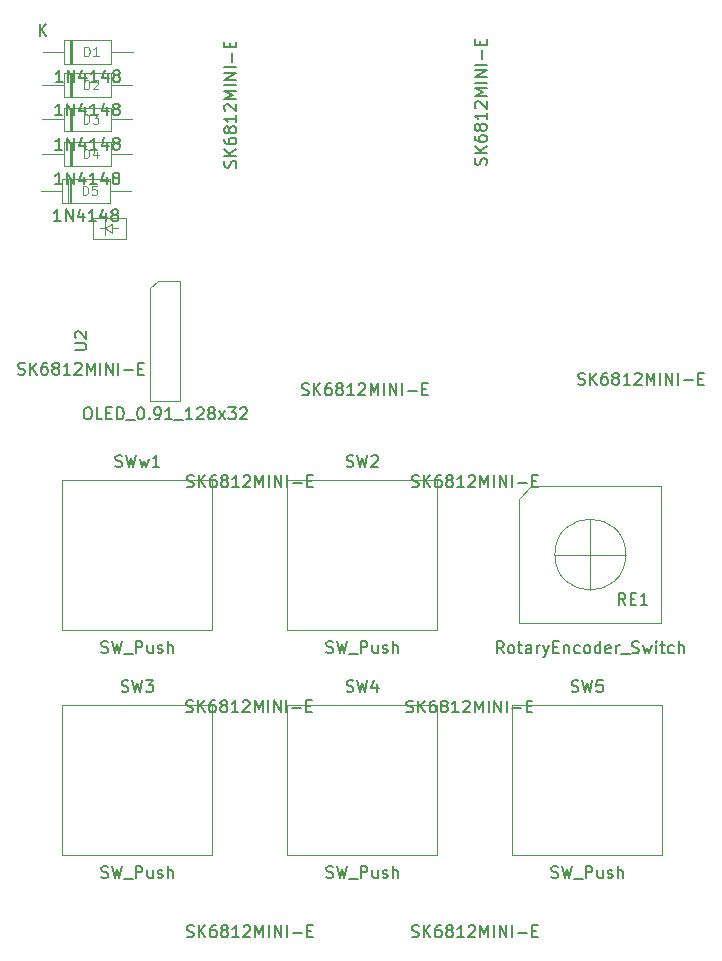
<source format=gbr>
%TF.GenerationSoftware,KiCad,Pcbnew,9.0.7*%
%TF.CreationDate,2026-01-31T12:03:09-06:00*%
%TF.ProjectId,PRO,50524f2e-6b69-4636-9164-5f7063625858,rev?*%
%TF.SameCoordinates,Original*%
%TF.FileFunction,AssemblyDrawing,Top*%
%FSLAX46Y46*%
G04 Gerber Fmt 4.6, Leading zero omitted, Abs format (unit mm)*
G04 Created by KiCad (PCBNEW 9.0.7) date 2026-01-31 12:03:09*
%MOMM*%
%LPD*%
G01*
G04 APERTURE LIST*
%ADD10C,0.150000*%
%ADD11C,0.120000*%
%ADD12C,0.100000*%
G04 APERTURE END LIST*
D10*
X28004167Y-60927201D02*
X28147024Y-60974820D01*
X28147024Y-60974820D02*
X28385119Y-60974820D01*
X28385119Y-60974820D02*
X28480357Y-60927201D01*
X28480357Y-60927201D02*
X28527976Y-60879581D01*
X28527976Y-60879581D02*
X28575595Y-60784343D01*
X28575595Y-60784343D02*
X28575595Y-60689105D01*
X28575595Y-60689105D02*
X28527976Y-60593867D01*
X28527976Y-60593867D02*
X28480357Y-60546248D01*
X28480357Y-60546248D02*
X28385119Y-60498629D01*
X28385119Y-60498629D02*
X28194643Y-60451010D01*
X28194643Y-60451010D02*
X28099405Y-60403391D01*
X28099405Y-60403391D02*
X28051786Y-60355772D01*
X28051786Y-60355772D02*
X28004167Y-60260534D01*
X28004167Y-60260534D02*
X28004167Y-60165296D01*
X28004167Y-60165296D02*
X28051786Y-60070058D01*
X28051786Y-60070058D02*
X28099405Y-60022439D01*
X28099405Y-60022439D02*
X28194643Y-59974820D01*
X28194643Y-59974820D02*
X28432738Y-59974820D01*
X28432738Y-59974820D02*
X28575595Y-60022439D01*
X29004167Y-60974820D02*
X29004167Y-59974820D01*
X29575595Y-60974820D02*
X29147024Y-60403391D01*
X29575595Y-59974820D02*
X29004167Y-60546248D01*
X30432738Y-59974820D02*
X30242262Y-59974820D01*
X30242262Y-59974820D02*
X30147024Y-60022439D01*
X30147024Y-60022439D02*
X30099405Y-60070058D01*
X30099405Y-60070058D02*
X30004167Y-60212915D01*
X30004167Y-60212915D02*
X29956548Y-60403391D01*
X29956548Y-60403391D02*
X29956548Y-60784343D01*
X29956548Y-60784343D02*
X30004167Y-60879581D01*
X30004167Y-60879581D02*
X30051786Y-60927201D01*
X30051786Y-60927201D02*
X30147024Y-60974820D01*
X30147024Y-60974820D02*
X30337500Y-60974820D01*
X30337500Y-60974820D02*
X30432738Y-60927201D01*
X30432738Y-60927201D02*
X30480357Y-60879581D01*
X30480357Y-60879581D02*
X30527976Y-60784343D01*
X30527976Y-60784343D02*
X30527976Y-60546248D01*
X30527976Y-60546248D02*
X30480357Y-60451010D01*
X30480357Y-60451010D02*
X30432738Y-60403391D01*
X30432738Y-60403391D02*
X30337500Y-60355772D01*
X30337500Y-60355772D02*
X30147024Y-60355772D01*
X30147024Y-60355772D02*
X30051786Y-60403391D01*
X30051786Y-60403391D02*
X30004167Y-60451010D01*
X30004167Y-60451010D02*
X29956548Y-60546248D01*
X31099405Y-60403391D02*
X31004167Y-60355772D01*
X31004167Y-60355772D02*
X30956548Y-60308153D01*
X30956548Y-60308153D02*
X30908929Y-60212915D01*
X30908929Y-60212915D02*
X30908929Y-60165296D01*
X30908929Y-60165296D02*
X30956548Y-60070058D01*
X30956548Y-60070058D02*
X31004167Y-60022439D01*
X31004167Y-60022439D02*
X31099405Y-59974820D01*
X31099405Y-59974820D02*
X31289881Y-59974820D01*
X31289881Y-59974820D02*
X31385119Y-60022439D01*
X31385119Y-60022439D02*
X31432738Y-60070058D01*
X31432738Y-60070058D02*
X31480357Y-60165296D01*
X31480357Y-60165296D02*
X31480357Y-60212915D01*
X31480357Y-60212915D02*
X31432738Y-60308153D01*
X31432738Y-60308153D02*
X31385119Y-60355772D01*
X31385119Y-60355772D02*
X31289881Y-60403391D01*
X31289881Y-60403391D02*
X31099405Y-60403391D01*
X31099405Y-60403391D02*
X31004167Y-60451010D01*
X31004167Y-60451010D02*
X30956548Y-60498629D01*
X30956548Y-60498629D02*
X30908929Y-60593867D01*
X30908929Y-60593867D02*
X30908929Y-60784343D01*
X30908929Y-60784343D02*
X30956548Y-60879581D01*
X30956548Y-60879581D02*
X31004167Y-60927201D01*
X31004167Y-60927201D02*
X31099405Y-60974820D01*
X31099405Y-60974820D02*
X31289881Y-60974820D01*
X31289881Y-60974820D02*
X31385119Y-60927201D01*
X31385119Y-60927201D02*
X31432738Y-60879581D01*
X31432738Y-60879581D02*
X31480357Y-60784343D01*
X31480357Y-60784343D02*
X31480357Y-60593867D01*
X31480357Y-60593867D02*
X31432738Y-60498629D01*
X31432738Y-60498629D02*
X31385119Y-60451010D01*
X31385119Y-60451010D02*
X31289881Y-60403391D01*
X32432738Y-60974820D02*
X31861310Y-60974820D01*
X32147024Y-60974820D02*
X32147024Y-59974820D01*
X32147024Y-59974820D02*
X32051786Y-60117677D01*
X32051786Y-60117677D02*
X31956548Y-60212915D01*
X31956548Y-60212915D02*
X31861310Y-60260534D01*
X32813691Y-60070058D02*
X32861310Y-60022439D01*
X32861310Y-60022439D02*
X32956548Y-59974820D01*
X32956548Y-59974820D02*
X33194643Y-59974820D01*
X33194643Y-59974820D02*
X33289881Y-60022439D01*
X33289881Y-60022439D02*
X33337500Y-60070058D01*
X33337500Y-60070058D02*
X33385119Y-60165296D01*
X33385119Y-60165296D02*
X33385119Y-60260534D01*
X33385119Y-60260534D02*
X33337500Y-60403391D01*
X33337500Y-60403391D02*
X32766072Y-60974820D01*
X32766072Y-60974820D02*
X33385119Y-60974820D01*
X33813691Y-60974820D02*
X33813691Y-59974820D01*
X33813691Y-59974820D02*
X34147024Y-60689105D01*
X34147024Y-60689105D02*
X34480357Y-59974820D01*
X34480357Y-59974820D02*
X34480357Y-60974820D01*
X34956548Y-60974820D02*
X34956548Y-59974820D01*
X35432738Y-60974820D02*
X35432738Y-59974820D01*
X35432738Y-59974820D02*
X36004166Y-60974820D01*
X36004166Y-60974820D02*
X36004166Y-59974820D01*
X36480357Y-60974820D02*
X36480357Y-59974820D01*
X36956547Y-60593867D02*
X37718452Y-60593867D01*
X38194642Y-60451010D02*
X38527975Y-60451010D01*
X38670832Y-60974820D02*
X38194642Y-60974820D01*
X38194642Y-60974820D02*
X38194642Y-59974820D01*
X38194642Y-59974820D02*
X38670832Y-59974820D01*
X61341667Y-108552201D02*
X61484524Y-108599820D01*
X61484524Y-108599820D02*
X61722619Y-108599820D01*
X61722619Y-108599820D02*
X61817857Y-108552201D01*
X61817857Y-108552201D02*
X61865476Y-108504581D01*
X61865476Y-108504581D02*
X61913095Y-108409343D01*
X61913095Y-108409343D02*
X61913095Y-108314105D01*
X61913095Y-108314105D02*
X61865476Y-108218867D01*
X61865476Y-108218867D02*
X61817857Y-108171248D01*
X61817857Y-108171248D02*
X61722619Y-108123629D01*
X61722619Y-108123629D02*
X61532143Y-108076010D01*
X61532143Y-108076010D02*
X61436905Y-108028391D01*
X61436905Y-108028391D02*
X61389286Y-107980772D01*
X61389286Y-107980772D02*
X61341667Y-107885534D01*
X61341667Y-107885534D02*
X61341667Y-107790296D01*
X61341667Y-107790296D02*
X61389286Y-107695058D01*
X61389286Y-107695058D02*
X61436905Y-107647439D01*
X61436905Y-107647439D02*
X61532143Y-107599820D01*
X61532143Y-107599820D02*
X61770238Y-107599820D01*
X61770238Y-107599820D02*
X61913095Y-107647439D01*
X62341667Y-108599820D02*
X62341667Y-107599820D01*
X62913095Y-108599820D02*
X62484524Y-108028391D01*
X62913095Y-107599820D02*
X62341667Y-108171248D01*
X63770238Y-107599820D02*
X63579762Y-107599820D01*
X63579762Y-107599820D02*
X63484524Y-107647439D01*
X63484524Y-107647439D02*
X63436905Y-107695058D01*
X63436905Y-107695058D02*
X63341667Y-107837915D01*
X63341667Y-107837915D02*
X63294048Y-108028391D01*
X63294048Y-108028391D02*
X63294048Y-108409343D01*
X63294048Y-108409343D02*
X63341667Y-108504581D01*
X63341667Y-108504581D02*
X63389286Y-108552201D01*
X63389286Y-108552201D02*
X63484524Y-108599820D01*
X63484524Y-108599820D02*
X63675000Y-108599820D01*
X63675000Y-108599820D02*
X63770238Y-108552201D01*
X63770238Y-108552201D02*
X63817857Y-108504581D01*
X63817857Y-108504581D02*
X63865476Y-108409343D01*
X63865476Y-108409343D02*
X63865476Y-108171248D01*
X63865476Y-108171248D02*
X63817857Y-108076010D01*
X63817857Y-108076010D02*
X63770238Y-108028391D01*
X63770238Y-108028391D02*
X63675000Y-107980772D01*
X63675000Y-107980772D02*
X63484524Y-107980772D01*
X63484524Y-107980772D02*
X63389286Y-108028391D01*
X63389286Y-108028391D02*
X63341667Y-108076010D01*
X63341667Y-108076010D02*
X63294048Y-108171248D01*
X64436905Y-108028391D02*
X64341667Y-107980772D01*
X64341667Y-107980772D02*
X64294048Y-107933153D01*
X64294048Y-107933153D02*
X64246429Y-107837915D01*
X64246429Y-107837915D02*
X64246429Y-107790296D01*
X64246429Y-107790296D02*
X64294048Y-107695058D01*
X64294048Y-107695058D02*
X64341667Y-107647439D01*
X64341667Y-107647439D02*
X64436905Y-107599820D01*
X64436905Y-107599820D02*
X64627381Y-107599820D01*
X64627381Y-107599820D02*
X64722619Y-107647439D01*
X64722619Y-107647439D02*
X64770238Y-107695058D01*
X64770238Y-107695058D02*
X64817857Y-107790296D01*
X64817857Y-107790296D02*
X64817857Y-107837915D01*
X64817857Y-107837915D02*
X64770238Y-107933153D01*
X64770238Y-107933153D02*
X64722619Y-107980772D01*
X64722619Y-107980772D02*
X64627381Y-108028391D01*
X64627381Y-108028391D02*
X64436905Y-108028391D01*
X64436905Y-108028391D02*
X64341667Y-108076010D01*
X64341667Y-108076010D02*
X64294048Y-108123629D01*
X64294048Y-108123629D02*
X64246429Y-108218867D01*
X64246429Y-108218867D02*
X64246429Y-108409343D01*
X64246429Y-108409343D02*
X64294048Y-108504581D01*
X64294048Y-108504581D02*
X64341667Y-108552201D01*
X64341667Y-108552201D02*
X64436905Y-108599820D01*
X64436905Y-108599820D02*
X64627381Y-108599820D01*
X64627381Y-108599820D02*
X64722619Y-108552201D01*
X64722619Y-108552201D02*
X64770238Y-108504581D01*
X64770238Y-108504581D02*
X64817857Y-108409343D01*
X64817857Y-108409343D02*
X64817857Y-108218867D01*
X64817857Y-108218867D02*
X64770238Y-108123629D01*
X64770238Y-108123629D02*
X64722619Y-108076010D01*
X64722619Y-108076010D02*
X64627381Y-108028391D01*
X65770238Y-108599820D02*
X65198810Y-108599820D01*
X65484524Y-108599820D02*
X65484524Y-107599820D01*
X65484524Y-107599820D02*
X65389286Y-107742677D01*
X65389286Y-107742677D02*
X65294048Y-107837915D01*
X65294048Y-107837915D02*
X65198810Y-107885534D01*
X66151191Y-107695058D02*
X66198810Y-107647439D01*
X66198810Y-107647439D02*
X66294048Y-107599820D01*
X66294048Y-107599820D02*
X66532143Y-107599820D01*
X66532143Y-107599820D02*
X66627381Y-107647439D01*
X66627381Y-107647439D02*
X66675000Y-107695058D01*
X66675000Y-107695058D02*
X66722619Y-107790296D01*
X66722619Y-107790296D02*
X66722619Y-107885534D01*
X66722619Y-107885534D02*
X66675000Y-108028391D01*
X66675000Y-108028391D02*
X66103572Y-108599820D01*
X66103572Y-108599820D02*
X66722619Y-108599820D01*
X67151191Y-108599820D02*
X67151191Y-107599820D01*
X67151191Y-107599820D02*
X67484524Y-108314105D01*
X67484524Y-108314105D02*
X67817857Y-107599820D01*
X67817857Y-107599820D02*
X67817857Y-108599820D01*
X68294048Y-108599820D02*
X68294048Y-107599820D01*
X68770238Y-108599820D02*
X68770238Y-107599820D01*
X68770238Y-107599820D02*
X69341666Y-108599820D01*
X69341666Y-108599820D02*
X69341666Y-107599820D01*
X69817857Y-108599820D02*
X69817857Y-107599820D01*
X70294047Y-108218867D02*
X71055952Y-108218867D01*
X71532142Y-108076010D02*
X71865475Y-108076010D01*
X72008332Y-108599820D02*
X71532142Y-108599820D01*
X71532142Y-108599820D02*
X71532142Y-107599820D01*
X71532142Y-107599820D02*
X72008332Y-107599820D01*
X75410367Y-61780001D02*
X75553224Y-61827620D01*
X75553224Y-61827620D02*
X75791319Y-61827620D01*
X75791319Y-61827620D02*
X75886557Y-61780001D01*
X75886557Y-61780001D02*
X75934176Y-61732381D01*
X75934176Y-61732381D02*
X75981795Y-61637143D01*
X75981795Y-61637143D02*
X75981795Y-61541905D01*
X75981795Y-61541905D02*
X75934176Y-61446667D01*
X75934176Y-61446667D02*
X75886557Y-61399048D01*
X75886557Y-61399048D02*
X75791319Y-61351429D01*
X75791319Y-61351429D02*
X75600843Y-61303810D01*
X75600843Y-61303810D02*
X75505605Y-61256191D01*
X75505605Y-61256191D02*
X75457986Y-61208572D01*
X75457986Y-61208572D02*
X75410367Y-61113334D01*
X75410367Y-61113334D02*
X75410367Y-61018096D01*
X75410367Y-61018096D02*
X75457986Y-60922858D01*
X75457986Y-60922858D02*
X75505605Y-60875239D01*
X75505605Y-60875239D02*
X75600843Y-60827620D01*
X75600843Y-60827620D02*
X75838938Y-60827620D01*
X75838938Y-60827620D02*
X75981795Y-60875239D01*
X76410367Y-61827620D02*
X76410367Y-60827620D01*
X76981795Y-61827620D02*
X76553224Y-61256191D01*
X76981795Y-60827620D02*
X76410367Y-61399048D01*
X77838938Y-60827620D02*
X77648462Y-60827620D01*
X77648462Y-60827620D02*
X77553224Y-60875239D01*
X77553224Y-60875239D02*
X77505605Y-60922858D01*
X77505605Y-60922858D02*
X77410367Y-61065715D01*
X77410367Y-61065715D02*
X77362748Y-61256191D01*
X77362748Y-61256191D02*
X77362748Y-61637143D01*
X77362748Y-61637143D02*
X77410367Y-61732381D01*
X77410367Y-61732381D02*
X77457986Y-61780001D01*
X77457986Y-61780001D02*
X77553224Y-61827620D01*
X77553224Y-61827620D02*
X77743700Y-61827620D01*
X77743700Y-61827620D02*
X77838938Y-61780001D01*
X77838938Y-61780001D02*
X77886557Y-61732381D01*
X77886557Y-61732381D02*
X77934176Y-61637143D01*
X77934176Y-61637143D02*
X77934176Y-61399048D01*
X77934176Y-61399048D02*
X77886557Y-61303810D01*
X77886557Y-61303810D02*
X77838938Y-61256191D01*
X77838938Y-61256191D02*
X77743700Y-61208572D01*
X77743700Y-61208572D02*
X77553224Y-61208572D01*
X77553224Y-61208572D02*
X77457986Y-61256191D01*
X77457986Y-61256191D02*
X77410367Y-61303810D01*
X77410367Y-61303810D02*
X77362748Y-61399048D01*
X78505605Y-61256191D02*
X78410367Y-61208572D01*
X78410367Y-61208572D02*
X78362748Y-61160953D01*
X78362748Y-61160953D02*
X78315129Y-61065715D01*
X78315129Y-61065715D02*
X78315129Y-61018096D01*
X78315129Y-61018096D02*
X78362748Y-60922858D01*
X78362748Y-60922858D02*
X78410367Y-60875239D01*
X78410367Y-60875239D02*
X78505605Y-60827620D01*
X78505605Y-60827620D02*
X78696081Y-60827620D01*
X78696081Y-60827620D02*
X78791319Y-60875239D01*
X78791319Y-60875239D02*
X78838938Y-60922858D01*
X78838938Y-60922858D02*
X78886557Y-61018096D01*
X78886557Y-61018096D02*
X78886557Y-61065715D01*
X78886557Y-61065715D02*
X78838938Y-61160953D01*
X78838938Y-61160953D02*
X78791319Y-61208572D01*
X78791319Y-61208572D02*
X78696081Y-61256191D01*
X78696081Y-61256191D02*
X78505605Y-61256191D01*
X78505605Y-61256191D02*
X78410367Y-61303810D01*
X78410367Y-61303810D02*
X78362748Y-61351429D01*
X78362748Y-61351429D02*
X78315129Y-61446667D01*
X78315129Y-61446667D02*
X78315129Y-61637143D01*
X78315129Y-61637143D02*
X78362748Y-61732381D01*
X78362748Y-61732381D02*
X78410367Y-61780001D01*
X78410367Y-61780001D02*
X78505605Y-61827620D01*
X78505605Y-61827620D02*
X78696081Y-61827620D01*
X78696081Y-61827620D02*
X78791319Y-61780001D01*
X78791319Y-61780001D02*
X78838938Y-61732381D01*
X78838938Y-61732381D02*
X78886557Y-61637143D01*
X78886557Y-61637143D02*
X78886557Y-61446667D01*
X78886557Y-61446667D02*
X78838938Y-61351429D01*
X78838938Y-61351429D02*
X78791319Y-61303810D01*
X78791319Y-61303810D02*
X78696081Y-61256191D01*
X79838938Y-61827620D02*
X79267510Y-61827620D01*
X79553224Y-61827620D02*
X79553224Y-60827620D01*
X79553224Y-60827620D02*
X79457986Y-60970477D01*
X79457986Y-60970477D02*
X79362748Y-61065715D01*
X79362748Y-61065715D02*
X79267510Y-61113334D01*
X80219891Y-60922858D02*
X80267510Y-60875239D01*
X80267510Y-60875239D02*
X80362748Y-60827620D01*
X80362748Y-60827620D02*
X80600843Y-60827620D01*
X80600843Y-60827620D02*
X80696081Y-60875239D01*
X80696081Y-60875239D02*
X80743700Y-60922858D01*
X80743700Y-60922858D02*
X80791319Y-61018096D01*
X80791319Y-61018096D02*
X80791319Y-61113334D01*
X80791319Y-61113334D02*
X80743700Y-61256191D01*
X80743700Y-61256191D02*
X80172272Y-61827620D01*
X80172272Y-61827620D02*
X80791319Y-61827620D01*
X81219891Y-61827620D02*
X81219891Y-60827620D01*
X81219891Y-60827620D02*
X81553224Y-61541905D01*
X81553224Y-61541905D02*
X81886557Y-60827620D01*
X81886557Y-60827620D02*
X81886557Y-61827620D01*
X82362748Y-61827620D02*
X82362748Y-60827620D01*
X82838938Y-61827620D02*
X82838938Y-60827620D01*
X82838938Y-60827620D02*
X83410366Y-61827620D01*
X83410366Y-61827620D02*
X83410366Y-60827620D01*
X83886557Y-61827620D02*
X83886557Y-60827620D01*
X84362747Y-61446667D02*
X85124652Y-61446667D01*
X85600842Y-61303810D02*
X85934175Y-61303810D01*
X86077032Y-61827620D02*
X85600842Y-61827620D01*
X85600842Y-61827620D02*
X85600842Y-60827620D01*
X85600842Y-60827620D02*
X86077032Y-60827620D01*
X69116665Y-84554819D02*
X68783332Y-84078628D01*
X68545237Y-84554819D02*
X68545237Y-83554819D01*
X68545237Y-83554819D02*
X68926189Y-83554819D01*
X68926189Y-83554819D02*
X69021427Y-83602438D01*
X69021427Y-83602438D02*
X69069046Y-83650057D01*
X69069046Y-83650057D02*
X69116665Y-83745295D01*
X69116665Y-83745295D02*
X69116665Y-83888152D01*
X69116665Y-83888152D02*
X69069046Y-83983390D01*
X69069046Y-83983390D02*
X69021427Y-84031009D01*
X69021427Y-84031009D02*
X68926189Y-84078628D01*
X68926189Y-84078628D02*
X68545237Y-84078628D01*
X69688094Y-84554819D02*
X69592856Y-84507200D01*
X69592856Y-84507200D02*
X69545237Y-84459580D01*
X69545237Y-84459580D02*
X69497618Y-84364342D01*
X69497618Y-84364342D02*
X69497618Y-84078628D01*
X69497618Y-84078628D02*
X69545237Y-83983390D01*
X69545237Y-83983390D02*
X69592856Y-83935771D01*
X69592856Y-83935771D02*
X69688094Y-83888152D01*
X69688094Y-83888152D02*
X69830951Y-83888152D01*
X69830951Y-83888152D02*
X69926189Y-83935771D01*
X69926189Y-83935771D02*
X69973808Y-83983390D01*
X69973808Y-83983390D02*
X70021427Y-84078628D01*
X70021427Y-84078628D02*
X70021427Y-84364342D01*
X70021427Y-84364342D02*
X69973808Y-84459580D01*
X69973808Y-84459580D02*
X69926189Y-84507200D01*
X69926189Y-84507200D02*
X69830951Y-84554819D01*
X69830951Y-84554819D02*
X69688094Y-84554819D01*
X70307142Y-83888152D02*
X70688094Y-83888152D01*
X70449999Y-83554819D02*
X70449999Y-84411961D01*
X70449999Y-84411961D02*
X70497618Y-84507200D01*
X70497618Y-84507200D02*
X70592856Y-84554819D01*
X70592856Y-84554819D02*
X70688094Y-84554819D01*
X71449999Y-84554819D02*
X71449999Y-84031009D01*
X71449999Y-84031009D02*
X71402380Y-83935771D01*
X71402380Y-83935771D02*
X71307142Y-83888152D01*
X71307142Y-83888152D02*
X71116666Y-83888152D01*
X71116666Y-83888152D02*
X71021428Y-83935771D01*
X71449999Y-84507200D02*
X71354761Y-84554819D01*
X71354761Y-84554819D02*
X71116666Y-84554819D01*
X71116666Y-84554819D02*
X71021428Y-84507200D01*
X71021428Y-84507200D02*
X70973809Y-84411961D01*
X70973809Y-84411961D02*
X70973809Y-84316723D01*
X70973809Y-84316723D02*
X71021428Y-84221485D01*
X71021428Y-84221485D02*
X71116666Y-84173866D01*
X71116666Y-84173866D02*
X71354761Y-84173866D01*
X71354761Y-84173866D02*
X71449999Y-84126247D01*
X71926190Y-84554819D02*
X71926190Y-83888152D01*
X71926190Y-84078628D02*
X71973809Y-83983390D01*
X71973809Y-83983390D02*
X72021428Y-83935771D01*
X72021428Y-83935771D02*
X72116666Y-83888152D01*
X72116666Y-83888152D02*
X72211904Y-83888152D01*
X72450000Y-83888152D02*
X72688095Y-84554819D01*
X72926190Y-83888152D02*
X72688095Y-84554819D01*
X72688095Y-84554819D02*
X72592857Y-84792914D01*
X72592857Y-84792914D02*
X72545238Y-84840533D01*
X72545238Y-84840533D02*
X72450000Y-84888152D01*
X73307143Y-84031009D02*
X73640476Y-84031009D01*
X73783333Y-84554819D02*
X73307143Y-84554819D01*
X73307143Y-84554819D02*
X73307143Y-83554819D01*
X73307143Y-83554819D02*
X73783333Y-83554819D01*
X74211905Y-83888152D02*
X74211905Y-84554819D01*
X74211905Y-83983390D02*
X74259524Y-83935771D01*
X74259524Y-83935771D02*
X74354762Y-83888152D01*
X74354762Y-83888152D02*
X74497619Y-83888152D01*
X74497619Y-83888152D02*
X74592857Y-83935771D01*
X74592857Y-83935771D02*
X74640476Y-84031009D01*
X74640476Y-84031009D02*
X74640476Y-84554819D01*
X75545238Y-84507200D02*
X75450000Y-84554819D01*
X75450000Y-84554819D02*
X75259524Y-84554819D01*
X75259524Y-84554819D02*
X75164286Y-84507200D01*
X75164286Y-84507200D02*
X75116667Y-84459580D01*
X75116667Y-84459580D02*
X75069048Y-84364342D01*
X75069048Y-84364342D02*
X75069048Y-84078628D01*
X75069048Y-84078628D02*
X75116667Y-83983390D01*
X75116667Y-83983390D02*
X75164286Y-83935771D01*
X75164286Y-83935771D02*
X75259524Y-83888152D01*
X75259524Y-83888152D02*
X75450000Y-83888152D01*
X75450000Y-83888152D02*
X75545238Y-83935771D01*
X76116667Y-84554819D02*
X76021429Y-84507200D01*
X76021429Y-84507200D02*
X75973810Y-84459580D01*
X75973810Y-84459580D02*
X75926191Y-84364342D01*
X75926191Y-84364342D02*
X75926191Y-84078628D01*
X75926191Y-84078628D02*
X75973810Y-83983390D01*
X75973810Y-83983390D02*
X76021429Y-83935771D01*
X76021429Y-83935771D02*
X76116667Y-83888152D01*
X76116667Y-83888152D02*
X76259524Y-83888152D01*
X76259524Y-83888152D02*
X76354762Y-83935771D01*
X76354762Y-83935771D02*
X76402381Y-83983390D01*
X76402381Y-83983390D02*
X76450000Y-84078628D01*
X76450000Y-84078628D02*
X76450000Y-84364342D01*
X76450000Y-84364342D02*
X76402381Y-84459580D01*
X76402381Y-84459580D02*
X76354762Y-84507200D01*
X76354762Y-84507200D02*
X76259524Y-84554819D01*
X76259524Y-84554819D02*
X76116667Y-84554819D01*
X77307143Y-84554819D02*
X77307143Y-83554819D01*
X77307143Y-84507200D02*
X77211905Y-84554819D01*
X77211905Y-84554819D02*
X77021429Y-84554819D01*
X77021429Y-84554819D02*
X76926191Y-84507200D01*
X76926191Y-84507200D02*
X76878572Y-84459580D01*
X76878572Y-84459580D02*
X76830953Y-84364342D01*
X76830953Y-84364342D02*
X76830953Y-84078628D01*
X76830953Y-84078628D02*
X76878572Y-83983390D01*
X76878572Y-83983390D02*
X76926191Y-83935771D01*
X76926191Y-83935771D02*
X77021429Y-83888152D01*
X77021429Y-83888152D02*
X77211905Y-83888152D01*
X77211905Y-83888152D02*
X77307143Y-83935771D01*
X78164286Y-84507200D02*
X78069048Y-84554819D01*
X78069048Y-84554819D02*
X77878572Y-84554819D01*
X77878572Y-84554819D02*
X77783334Y-84507200D01*
X77783334Y-84507200D02*
X77735715Y-84411961D01*
X77735715Y-84411961D02*
X77735715Y-84031009D01*
X77735715Y-84031009D02*
X77783334Y-83935771D01*
X77783334Y-83935771D02*
X77878572Y-83888152D01*
X77878572Y-83888152D02*
X78069048Y-83888152D01*
X78069048Y-83888152D02*
X78164286Y-83935771D01*
X78164286Y-83935771D02*
X78211905Y-84031009D01*
X78211905Y-84031009D02*
X78211905Y-84126247D01*
X78211905Y-84126247D02*
X77735715Y-84221485D01*
X78640477Y-84554819D02*
X78640477Y-83888152D01*
X78640477Y-84078628D02*
X78688096Y-83983390D01*
X78688096Y-83983390D02*
X78735715Y-83935771D01*
X78735715Y-83935771D02*
X78830953Y-83888152D01*
X78830953Y-83888152D02*
X78926191Y-83888152D01*
X79021430Y-84650057D02*
X79783334Y-84650057D01*
X79973811Y-84507200D02*
X80116668Y-84554819D01*
X80116668Y-84554819D02*
X80354763Y-84554819D01*
X80354763Y-84554819D02*
X80450001Y-84507200D01*
X80450001Y-84507200D02*
X80497620Y-84459580D01*
X80497620Y-84459580D02*
X80545239Y-84364342D01*
X80545239Y-84364342D02*
X80545239Y-84269104D01*
X80545239Y-84269104D02*
X80497620Y-84173866D01*
X80497620Y-84173866D02*
X80450001Y-84126247D01*
X80450001Y-84126247D02*
X80354763Y-84078628D01*
X80354763Y-84078628D02*
X80164287Y-84031009D01*
X80164287Y-84031009D02*
X80069049Y-83983390D01*
X80069049Y-83983390D02*
X80021430Y-83935771D01*
X80021430Y-83935771D02*
X79973811Y-83840533D01*
X79973811Y-83840533D02*
X79973811Y-83745295D01*
X79973811Y-83745295D02*
X80021430Y-83650057D01*
X80021430Y-83650057D02*
X80069049Y-83602438D01*
X80069049Y-83602438D02*
X80164287Y-83554819D01*
X80164287Y-83554819D02*
X80402382Y-83554819D01*
X80402382Y-83554819D02*
X80545239Y-83602438D01*
X80878573Y-83888152D02*
X81069049Y-84554819D01*
X81069049Y-84554819D02*
X81259525Y-84078628D01*
X81259525Y-84078628D02*
X81450001Y-84554819D01*
X81450001Y-84554819D02*
X81640477Y-83888152D01*
X82021430Y-84554819D02*
X82021430Y-83888152D01*
X82021430Y-83554819D02*
X81973811Y-83602438D01*
X81973811Y-83602438D02*
X82021430Y-83650057D01*
X82021430Y-83650057D02*
X82069049Y-83602438D01*
X82069049Y-83602438D02*
X82021430Y-83554819D01*
X82021430Y-83554819D02*
X82021430Y-83650057D01*
X82354763Y-83888152D02*
X82735715Y-83888152D01*
X82497620Y-83554819D02*
X82497620Y-84411961D01*
X82497620Y-84411961D02*
X82545239Y-84507200D01*
X82545239Y-84507200D02*
X82640477Y-84554819D01*
X82640477Y-84554819D02*
X82735715Y-84554819D01*
X83497620Y-84507200D02*
X83402382Y-84554819D01*
X83402382Y-84554819D02*
X83211906Y-84554819D01*
X83211906Y-84554819D02*
X83116668Y-84507200D01*
X83116668Y-84507200D02*
X83069049Y-84459580D01*
X83069049Y-84459580D02*
X83021430Y-84364342D01*
X83021430Y-84364342D02*
X83021430Y-84078628D01*
X83021430Y-84078628D02*
X83069049Y-83983390D01*
X83069049Y-83983390D02*
X83116668Y-83935771D01*
X83116668Y-83935771D02*
X83211906Y-83888152D01*
X83211906Y-83888152D02*
X83402382Y-83888152D01*
X83402382Y-83888152D02*
X83497620Y-83935771D01*
X83926192Y-84554819D02*
X83926192Y-83554819D01*
X84354763Y-84554819D02*
X84354763Y-84031009D01*
X84354763Y-84031009D02*
X84307144Y-83935771D01*
X84307144Y-83935771D02*
X84211906Y-83888152D01*
X84211906Y-83888152D02*
X84069049Y-83888152D01*
X84069049Y-83888152D02*
X83973811Y-83935771D01*
X83973811Y-83935771D02*
X83926192Y-83983390D01*
X79430952Y-80454819D02*
X79097619Y-79978628D01*
X78859524Y-80454819D02*
X78859524Y-79454819D01*
X78859524Y-79454819D02*
X79240476Y-79454819D01*
X79240476Y-79454819D02*
X79335714Y-79502438D01*
X79335714Y-79502438D02*
X79383333Y-79550057D01*
X79383333Y-79550057D02*
X79430952Y-79645295D01*
X79430952Y-79645295D02*
X79430952Y-79788152D01*
X79430952Y-79788152D02*
X79383333Y-79883390D01*
X79383333Y-79883390D02*
X79335714Y-79931009D01*
X79335714Y-79931009D02*
X79240476Y-79978628D01*
X79240476Y-79978628D02*
X78859524Y-79978628D01*
X79859524Y-79931009D02*
X80192857Y-79931009D01*
X80335714Y-80454819D02*
X79859524Y-80454819D01*
X79859524Y-80454819D02*
X79859524Y-79454819D01*
X79859524Y-79454819D02*
X80335714Y-79454819D01*
X81288095Y-80454819D02*
X80716667Y-80454819D01*
X81002381Y-80454819D02*
X81002381Y-79454819D01*
X81002381Y-79454819D02*
X80907143Y-79597676D01*
X80907143Y-79597676D02*
X80811905Y-79692914D01*
X80811905Y-79692914D02*
X80716667Y-79740533D01*
X67621899Y-43214532D02*
X67669518Y-43071675D01*
X67669518Y-43071675D02*
X67669518Y-42833580D01*
X67669518Y-42833580D02*
X67621899Y-42738342D01*
X67621899Y-42738342D02*
X67574279Y-42690723D01*
X67574279Y-42690723D02*
X67479041Y-42643104D01*
X67479041Y-42643104D02*
X67383803Y-42643104D01*
X67383803Y-42643104D02*
X67288565Y-42690723D01*
X67288565Y-42690723D02*
X67240946Y-42738342D01*
X67240946Y-42738342D02*
X67193327Y-42833580D01*
X67193327Y-42833580D02*
X67145708Y-43024056D01*
X67145708Y-43024056D02*
X67098089Y-43119294D01*
X67098089Y-43119294D02*
X67050470Y-43166913D01*
X67050470Y-43166913D02*
X66955232Y-43214532D01*
X66955232Y-43214532D02*
X66859994Y-43214532D01*
X66859994Y-43214532D02*
X66764756Y-43166913D01*
X66764756Y-43166913D02*
X66717137Y-43119294D01*
X66717137Y-43119294D02*
X66669518Y-43024056D01*
X66669518Y-43024056D02*
X66669518Y-42785961D01*
X66669518Y-42785961D02*
X66717137Y-42643104D01*
X67669518Y-42214532D02*
X66669518Y-42214532D01*
X67669518Y-41643104D02*
X67098089Y-42071675D01*
X66669518Y-41643104D02*
X67240946Y-42214532D01*
X66669518Y-40785961D02*
X66669518Y-40976437D01*
X66669518Y-40976437D02*
X66717137Y-41071675D01*
X66717137Y-41071675D02*
X66764756Y-41119294D01*
X66764756Y-41119294D02*
X66907613Y-41214532D01*
X66907613Y-41214532D02*
X67098089Y-41262151D01*
X67098089Y-41262151D02*
X67479041Y-41262151D01*
X67479041Y-41262151D02*
X67574279Y-41214532D01*
X67574279Y-41214532D02*
X67621899Y-41166913D01*
X67621899Y-41166913D02*
X67669518Y-41071675D01*
X67669518Y-41071675D02*
X67669518Y-40881199D01*
X67669518Y-40881199D02*
X67621899Y-40785961D01*
X67621899Y-40785961D02*
X67574279Y-40738342D01*
X67574279Y-40738342D02*
X67479041Y-40690723D01*
X67479041Y-40690723D02*
X67240946Y-40690723D01*
X67240946Y-40690723D02*
X67145708Y-40738342D01*
X67145708Y-40738342D02*
X67098089Y-40785961D01*
X67098089Y-40785961D02*
X67050470Y-40881199D01*
X67050470Y-40881199D02*
X67050470Y-41071675D01*
X67050470Y-41071675D02*
X67098089Y-41166913D01*
X67098089Y-41166913D02*
X67145708Y-41214532D01*
X67145708Y-41214532D02*
X67240946Y-41262151D01*
X67098089Y-40119294D02*
X67050470Y-40214532D01*
X67050470Y-40214532D02*
X67002851Y-40262151D01*
X67002851Y-40262151D02*
X66907613Y-40309770D01*
X66907613Y-40309770D02*
X66859994Y-40309770D01*
X66859994Y-40309770D02*
X66764756Y-40262151D01*
X66764756Y-40262151D02*
X66717137Y-40214532D01*
X66717137Y-40214532D02*
X66669518Y-40119294D01*
X66669518Y-40119294D02*
X66669518Y-39928818D01*
X66669518Y-39928818D02*
X66717137Y-39833580D01*
X66717137Y-39833580D02*
X66764756Y-39785961D01*
X66764756Y-39785961D02*
X66859994Y-39738342D01*
X66859994Y-39738342D02*
X66907613Y-39738342D01*
X66907613Y-39738342D02*
X67002851Y-39785961D01*
X67002851Y-39785961D02*
X67050470Y-39833580D01*
X67050470Y-39833580D02*
X67098089Y-39928818D01*
X67098089Y-39928818D02*
X67098089Y-40119294D01*
X67098089Y-40119294D02*
X67145708Y-40214532D01*
X67145708Y-40214532D02*
X67193327Y-40262151D01*
X67193327Y-40262151D02*
X67288565Y-40309770D01*
X67288565Y-40309770D02*
X67479041Y-40309770D01*
X67479041Y-40309770D02*
X67574279Y-40262151D01*
X67574279Y-40262151D02*
X67621899Y-40214532D01*
X67621899Y-40214532D02*
X67669518Y-40119294D01*
X67669518Y-40119294D02*
X67669518Y-39928818D01*
X67669518Y-39928818D02*
X67621899Y-39833580D01*
X67621899Y-39833580D02*
X67574279Y-39785961D01*
X67574279Y-39785961D02*
X67479041Y-39738342D01*
X67479041Y-39738342D02*
X67288565Y-39738342D01*
X67288565Y-39738342D02*
X67193327Y-39785961D01*
X67193327Y-39785961D02*
X67145708Y-39833580D01*
X67145708Y-39833580D02*
X67098089Y-39928818D01*
X67669518Y-38785961D02*
X67669518Y-39357389D01*
X67669518Y-39071675D02*
X66669518Y-39071675D01*
X66669518Y-39071675D02*
X66812375Y-39166913D01*
X66812375Y-39166913D02*
X66907613Y-39262151D01*
X66907613Y-39262151D02*
X66955232Y-39357389D01*
X66764756Y-38405008D02*
X66717137Y-38357389D01*
X66717137Y-38357389D02*
X66669518Y-38262151D01*
X66669518Y-38262151D02*
X66669518Y-38024056D01*
X66669518Y-38024056D02*
X66717137Y-37928818D01*
X66717137Y-37928818D02*
X66764756Y-37881199D01*
X66764756Y-37881199D02*
X66859994Y-37833580D01*
X66859994Y-37833580D02*
X66955232Y-37833580D01*
X66955232Y-37833580D02*
X67098089Y-37881199D01*
X67098089Y-37881199D02*
X67669518Y-38452627D01*
X67669518Y-38452627D02*
X67669518Y-37833580D01*
X67669518Y-37405008D02*
X66669518Y-37405008D01*
X66669518Y-37405008D02*
X67383803Y-37071675D01*
X67383803Y-37071675D02*
X66669518Y-36738342D01*
X66669518Y-36738342D02*
X67669518Y-36738342D01*
X67669518Y-36262151D02*
X66669518Y-36262151D01*
X67669518Y-35785961D02*
X66669518Y-35785961D01*
X66669518Y-35785961D02*
X67669518Y-35214533D01*
X67669518Y-35214533D02*
X66669518Y-35214533D01*
X67669518Y-34738342D02*
X66669518Y-34738342D01*
X67288565Y-34262152D02*
X67288565Y-33500248D01*
X67145708Y-33024057D02*
X67145708Y-32690724D01*
X67669518Y-32547867D02*
X67669518Y-33024057D01*
X67669518Y-33024057D02*
X66669518Y-33024057D01*
X66669518Y-33024057D02*
X66669518Y-32547867D01*
X46420901Y-43433332D02*
X46468520Y-43290475D01*
X46468520Y-43290475D02*
X46468520Y-43052380D01*
X46468520Y-43052380D02*
X46420901Y-42957142D01*
X46420901Y-42957142D02*
X46373281Y-42909523D01*
X46373281Y-42909523D02*
X46278043Y-42861904D01*
X46278043Y-42861904D02*
X46182805Y-42861904D01*
X46182805Y-42861904D02*
X46087567Y-42909523D01*
X46087567Y-42909523D02*
X46039948Y-42957142D01*
X46039948Y-42957142D02*
X45992329Y-43052380D01*
X45992329Y-43052380D02*
X45944710Y-43242856D01*
X45944710Y-43242856D02*
X45897091Y-43338094D01*
X45897091Y-43338094D02*
X45849472Y-43385713D01*
X45849472Y-43385713D02*
X45754234Y-43433332D01*
X45754234Y-43433332D02*
X45658996Y-43433332D01*
X45658996Y-43433332D02*
X45563758Y-43385713D01*
X45563758Y-43385713D02*
X45516139Y-43338094D01*
X45516139Y-43338094D02*
X45468520Y-43242856D01*
X45468520Y-43242856D02*
X45468520Y-43004761D01*
X45468520Y-43004761D02*
X45516139Y-42861904D01*
X46468520Y-42433332D02*
X45468520Y-42433332D01*
X46468520Y-41861904D02*
X45897091Y-42290475D01*
X45468520Y-41861904D02*
X46039948Y-42433332D01*
X45468520Y-41004761D02*
X45468520Y-41195237D01*
X45468520Y-41195237D02*
X45516139Y-41290475D01*
X45516139Y-41290475D02*
X45563758Y-41338094D01*
X45563758Y-41338094D02*
X45706615Y-41433332D01*
X45706615Y-41433332D02*
X45897091Y-41480951D01*
X45897091Y-41480951D02*
X46278043Y-41480951D01*
X46278043Y-41480951D02*
X46373281Y-41433332D01*
X46373281Y-41433332D02*
X46420901Y-41385713D01*
X46420901Y-41385713D02*
X46468520Y-41290475D01*
X46468520Y-41290475D02*
X46468520Y-41099999D01*
X46468520Y-41099999D02*
X46420901Y-41004761D01*
X46420901Y-41004761D02*
X46373281Y-40957142D01*
X46373281Y-40957142D02*
X46278043Y-40909523D01*
X46278043Y-40909523D02*
X46039948Y-40909523D01*
X46039948Y-40909523D02*
X45944710Y-40957142D01*
X45944710Y-40957142D02*
X45897091Y-41004761D01*
X45897091Y-41004761D02*
X45849472Y-41099999D01*
X45849472Y-41099999D02*
X45849472Y-41290475D01*
X45849472Y-41290475D02*
X45897091Y-41385713D01*
X45897091Y-41385713D02*
X45944710Y-41433332D01*
X45944710Y-41433332D02*
X46039948Y-41480951D01*
X45897091Y-40338094D02*
X45849472Y-40433332D01*
X45849472Y-40433332D02*
X45801853Y-40480951D01*
X45801853Y-40480951D02*
X45706615Y-40528570D01*
X45706615Y-40528570D02*
X45658996Y-40528570D01*
X45658996Y-40528570D02*
X45563758Y-40480951D01*
X45563758Y-40480951D02*
X45516139Y-40433332D01*
X45516139Y-40433332D02*
X45468520Y-40338094D01*
X45468520Y-40338094D02*
X45468520Y-40147618D01*
X45468520Y-40147618D02*
X45516139Y-40052380D01*
X45516139Y-40052380D02*
X45563758Y-40004761D01*
X45563758Y-40004761D02*
X45658996Y-39957142D01*
X45658996Y-39957142D02*
X45706615Y-39957142D01*
X45706615Y-39957142D02*
X45801853Y-40004761D01*
X45801853Y-40004761D02*
X45849472Y-40052380D01*
X45849472Y-40052380D02*
X45897091Y-40147618D01*
X45897091Y-40147618D02*
X45897091Y-40338094D01*
X45897091Y-40338094D02*
X45944710Y-40433332D01*
X45944710Y-40433332D02*
X45992329Y-40480951D01*
X45992329Y-40480951D02*
X46087567Y-40528570D01*
X46087567Y-40528570D02*
X46278043Y-40528570D01*
X46278043Y-40528570D02*
X46373281Y-40480951D01*
X46373281Y-40480951D02*
X46420901Y-40433332D01*
X46420901Y-40433332D02*
X46468520Y-40338094D01*
X46468520Y-40338094D02*
X46468520Y-40147618D01*
X46468520Y-40147618D02*
X46420901Y-40052380D01*
X46420901Y-40052380D02*
X46373281Y-40004761D01*
X46373281Y-40004761D02*
X46278043Y-39957142D01*
X46278043Y-39957142D02*
X46087567Y-39957142D01*
X46087567Y-39957142D02*
X45992329Y-40004761D01*
X45992329Y-40004761D02*
X45944710Y-40052380D01*
X45944710Y-40052380D02*
X45897091Y-40147618D01*
X46468520Y-39004761D02*
X46468520Y-39576189D01*
X46468520Y-39290475D02*
X45468520Y-39290475D01*
X45468520Y-39290475D02*
X45611377Y-39385713D01*
X45611377Y-39385713D02*
X45706615Y-39480951D01*
X45706615Y-39480951D02*
X45754234Y-39576189D01*
X45563758Y-38623808D02*
X45516139Y-38576189D01*
X45516139Y-38576189D02*
X45468520Y-38480951D01*
X45468520Y-38480951D02*
X45468520Y-38242856D01*
X45468520Y-38242856D02*
X45516139Y-38147618D01*
X45516139Y-38147618D02*
X45563758Y-38099999D01*
X45563758Y-38099999D02*
X45658996Y-38052380D01*
X45658996Y-38052380D02*
X45754234Y-38052380D01*
X45754234Y-38052380D02*
X45897091Y-38099999D01*
X45897091Y-38099999D02*
X46468520Y-38671427D01*
X46468520Y-38671427D02*
X46468520Y-38052380D01*
X46468520Y-37623808D02*
X45468520Y-37623808D01*
X45468520Y-37623808D02*
X46182805Y-37290475D01*
X46182805Y-37290475D02*
X45468520Y-36957142D01*
X45468520Y-36957142D02*
X46468520Y-36957142D01*
X46468520Y-36480951D02*
X45468520Y-36480951D01*
X46468520Y-36004761D02*
X45468520Y-36004761D01*
X45468520Y-36004761D02*
X46468520Y-35433333D01*
X46468520Y-35433333D02*
X45468520Y-35433333D01*
X46468520Y-34957142D02*
X45468520Y-34957142D01*
X46087567Y-34480952D02*
X46087567Y-33719048D01*
X45944710Y-33242857D02*
X45944710Y-32909524D01*
X46468520Y-32766667D02*
X46468520Y-33242857D01*
X46468520Y-33242857D02*
X45468520Y-33242857D01*
X45468520Y-33242857D02*
X45468520Y-32766667D01*
X54102381Y-84481200D02*
X54245238Y-84528819D01*
X54245238Y-84528819D02*
X54483333Y-84528819D01*
X54483333Y-84528819D02*
X54578571Y-84481200D01*
X54578571Y-84481200D02*
X54626190Y-84433580D01*
X54626190Y-84433580D02*
X54673809Y-84338342D01*
X54673809Y-84338342D02*
X54673809Y-84243104D01*
X54673809Y-84243104D02*
X54626190Y-84147866D01*
X54626190Y-84147866D02*
X54578571Y-84100247D01*
X54578571Y-84100247D02*
X54483333Y-84052628D01*
X54483333Y-84052628D02*
X54292857Y-84005009D01*
X54292857Y-84005009D02*
X54197619Y-83957390D01*
X54197619Y-83957390D02*
X54150000Y-83909771D01*
X54150000Y-83909771D02*
X54102381Y-83814533D01*
X54102381Y-83814533D02*
X54102381Y-83719295D01*
X54102381Y-83719295D02*
X54150000Y-83624057D01*
X54150000Y-83624057D02*
X54197619Y-83576438D01*
X54197619Y-83576438D02*
X54292857Y-83528819D01*
X54292857Y-83528819D02*
X54530952Y-83528819D01*
X54530952Y-83528819D02*
X54673809Y-83576438D01*
X55007143Y-83528819D02*
X55245238Y-84528819D01*
X55245238Y-84528819D02*
X55435714Y-83814533D01*
X55435714Y-83814533D02*
X55626190Y-84528819D01*
X55626190Y-84528819D02*
X55864286Y-83528819D01*
X56007143Y-84624057D02*
X56769047Y-84624057D01*
X57007143Y-84528819D02*
X57007143Y-83528819D01*
X57007143Y-83528819D02*
X57388095Y-83528819D01*
X57388095Y-83528819D02*
X57483333Y-83576438D01*
X57483333Y-83576438D02*
X57530952Y-83624057D01*
X57530952Y-83624057D02*
X57578571Y-83719295D01*
X57578571Y-83719295D02*
X57578571Y-83862152D01*
X57578571Y-83862152D02*
X57530952Y-83957390D01*
X57530952Y-83957390D02*
X57483333Y-84005009D01*
X57483333Y-84005009D02*
X57388095Y-84052628D01*
X57388095Y-84052628D02*
X57007143Y-84052628D01*
X58435714Y-83862152D02*
X58435714Y-84528819D01*
X58007143Y-83862152D02*
X58007143Y-84385961D01*
X58007143Y-84385961D02*
X58054762Y-84481200D01*
X58054762Y-84481200D02*
X58150000Y-84528819D01*
X58150000Y-84528819D02*
X58292857Y-84528819D01*
X58292857Y-84528819D02*
X58388095Y-84481200D01*
X58388095Y-84481200D02*
X58435714Y-84433580D01*
X58864286Y-84481200D02*
X58959524Y-84528819D01*
X58959524Y-84528819D02*
X59150000Y-84528819D01*
X59150000Y-84528819D02*
X59245238Y-84481200D01*
X59245238Y-84481200D02*
X59292857Y-84385961D01*
X59292857Y-84385961D02*
X59292857Y-84338342D01*
X59292857Y-84338342D02*
X59245238Y-84243104D01*
X59245238Y-84243104D02*
X59150000Y-84195485D01*
X59150000Y-84195485D02*
X59007143Y-84195485D01*
X59007143Y-84195485D02*
X58911905Y-84147866D01*
X58911905Y-84147866D02*
X58864286Y-84052628D01*
X58864286Y-84052628D02*
X58864286Y-84005009D01*
X58864286Y-84005009D02*
X58911905Y-83909771D01*
X58911905Y-83909771D02*
X59007143Y-83862152D01*
X59007143Y-83862152D02*
X59150000Y-83862152D01*
X59150000Y-83862152D02*
X59245238Y-83909771D01*
X59721429Y-84528819D02*
X59721429Y-83528819D01*
X60150000Y-84528819D02*
X60150000Y-84005009D01*
X60150000Y-84005009D02*
X60102381Y-83909771D01*
X60102381Y-83909771D02*
X60007143Y-83862152D01*
X60007143Y-83862152D02*
X59864286Y-83862152D01*
X59864286Y-83862152D02*
X59769048Y-83909771D01*
X59769048Y-83909771D02*
X59721429Y-83957390D01*
X55816667Y-68733200D02*
X55959524Y-68780819D01*
X55959524Y-68780819D02*
X56197619Y-68780819D01*
X56197619Y-68780819D02*
X56292857Y-68733200D01*
X56292857Y-68733200D02*
X56340476Y-68685580D01*
X56340476Y-68685580D02*
X56388095Y-68590342D01*
X56388095Y-68590342D02*
X56388095Y-68495104D01*
X56388095Y-68495104D02*
X56340476Y-68399866D01*
X56340476Y-68399866D02*
X56292857Y-68352247D01*
X56292857Y-68352247D02*
X56197619Y-68304628D01*
X56197619Y-68304628D02*
X56007143Y-68257009D01*
X56007143Y-68257009D02*
X55911905Y-68209390D01*
X55911905Y-68209390D02*
X55864286Y-68161771D01*
X55864286Y-68161771D02*
X55816667Y-68066533D01*
X55816667Y-68066533D02*
X55816667Y-67971295D01*
X55816667Y-67971295D02*
X55864286Y-67876057D01*
X55864286Y-67876057D02*
X55911905Y-67828438D01*
X55911905Y-67828438D02*
X56007143Y-67780819D01*
X56007143Y-67780819D02*
X56245238Y-67780819D01*
X56245238Y-67780819D02*
X56388095Y-67828438D01*
X56721429Y-67780819D02*
X56959524Y-68780819D01*
X56959524Y-68780819D02*
X57150000Y-68066533D01*
X57150000Y-68066533D02*
X57340476Y-68780819D01*
X57340476Y-68780819D02*
X57578572Y-67780819D01*
X57911905Y-67876057D02*
X57959524Y-67828438D01*
X57959524Y-67828438D02*
X58054762Y-67780819D01*
X58054762Y-67780819D02*
X58292857Y-67780819D01*
X58292857Y-67780819D02*
X58388095Y-67828438D01*
X58388095Y-67828438D02*
X58435714Y-67876057D01*
X58435714Y-67876057D02*
X58483333Y-67971295D01*
X58483333Y-67971295D02*
X58483333Y-68066533D01*
X58483333Y-68066533D02*
X58435714Y-68209390D01*
X58435714Y-68209390D02*
X57864286Y-68780819D01*
X57864286Y-68780819D02*
X58483333Y-68780819D01*
X35052381Y-103531200D02*
X35195238Y-103578819D01*
X35195238Y-103578819D02*
X35433333Y-103578819D01*
X35433333Y-103578819D02*
X35528571Y-103531200D01*
X35528571Y-103531200D02*
X35576190Y-103483580D01*
X35576190Y-103483580D02*
X35623809Y-103388342D01*
X35623809Y-103388342D02*
X35623809Y-103293104D01*
X35623809Y-103293104D02*
X35576190Y-103197866D01*
X35576190Y-103197866D02*
X35528571Y-103150247D01*
X35528571Y-103150247D02*
X35433333Y-103102628D01*
X35433333Y-103102628D02*
X35242857Y-103055009D01*
X35242857Y-103055009D02*
X35147619Y-103007390D01*
X35147619Y-103007390D02*
X35100000Y-102959771D01*
X35100000Y-102959771D02*
X35052381Y-102864533D01*
X35052381Y-102864533D02*
X35052381Y-102769295D01*
X35052381Y-102769295D02*
X35100000Y-102674057D01*
X35100000Y-102674057D02*
X35147619Y-102626438D01*
X35147619Y-102626438D02*
X35242857Y-102578819D01*
X35242857Y-102578819D02*
X35480952Y-102578819D01*
X35480952Y-102578819D02*
X35623809Y-102626438D01*
X35957143Y-102578819D02*
X36195238Y-103578819D01*
X36195238Y-103578819D02*
X36385714Y-102864533D01*
X36385714Y-102864533D02*
X36576190Y-103578819D01*
X36576190Y-103578819D02*
X36814286Y-102578819D01*
X36957143Y-103674057D02*
X37719047Y-103674057D01*
X37957143Y-103578819D02*
X37957143Y-102578819D01*
X37957143Y-102578819D02*
X38338095Y-102578819D01*
X38338095Y-102578819D02*
X38433333Y-102626438D01*
X38433333Y-102626438D02*
X38480952Y-102674057D01*
X38480952Y-102674057D02*
X38528571Y-102769295D01*
X38528571Y-102769295D02*
X38528571Y-102912152D01*
X38528571Y-102912152D02*
X38480952Y-103007390D01*
X38480952Y-103007390D02*
X38433333Y-103055009D01*
X38433333Y-103055009D02*
X38338095Y-103102628D01*
X38338095Y-103102628D02*
X37957143Y-103102628D01*
X39385714Y-102912152D02*
X39385714Y-103578819D01*
X38957143Y-102912152D02*
X38957143Y-103435961D01*
X38957143Y-103435961D02*
X39004762Y-103531200D01*
X39004762Y-103531200D02*
X39100000Y-103578819D01*
X39100000Y-103578819D02*
X39242857Y-103578819D01*
X39242857Y-103578819D02*
X39338095Y-103531200D01*
X39338095Y-103531200D02*
X39385714Y-103483580D01*
X39814286Y-103531200D02*
X39909524Y-103578819D01*
X39909524Y-103578819D02*
X40100000Y-103578819D01*
X40100000Y-103578819D02*
X40195238Y-103531200D01*
X40195238Y-103531200D02*
X40242857Y-103435961D01*
X40242857Y-103435961D02*
X40242857Y-103388342D01*
X40242857Y-103388342D02*
X40195238Y-103293104D01*
X40195238Y-103293104D02*
X40100000Y-103245485D01*
X40100000Y-103245485D02*
X39957143Y-103245485D01*
X39957143Y-103245485D02*
X39861905Y-103197866D01*
X39861905Y-103197866D02*
X39814286Y-103102628D01*
X39814286Y-103102628D02*
X39814286Y-103055009D01*
X39814286Y-103055009D02*
X39861905Y-102959771D01*
X39861905Y-102959771D02*
X39957143Y-102912152D01*
X39957143Y-102912152D02*
X40100000Y-102912152D01*
X40100000Y-102912152D02*
X40195238Y-102959771D01*
X40671429Y-103578819D02*
X40671429Y-102578819D01*
X41100000Y-103578819D02*
X41100000Y-103055009D01*
X41100000Y-103055009D02*
X41052381Y-102959771D01*
X41052381Y-102959771D02*
X40957143Y-102912152D01*
X40957143Y-102912152D02*
X40814286Y-102912152D01*
X40814286Y-102912152D02*
X40719048Y-102959771D01*
X40719048Y-102959771D02*
X40671429Y-103007390D01*
X36766667Y-87783200D02*
X36909524Y-87830819D01*
X36909524Y-87830819D02*
X37147619Y-87830819D01*
X37147619Y-87830819D02*
X37242857Y-87783200D01*
X37242857Y-87783200D02*
X37290476Y-87735580D01*
X37290476Y-87735580D02*
X37338095Y-87640342D01*
X37338095Y-87640342D02*
X37338095Y-87545104D01*
X37338095Y-87545104D02*
X37290476Y-87449866D01*
X37290476Y-87449866D02*
X37242857Y-87402247D01*
X37242857Y-87402247D02*
X37147619Y-87354628D01*
X37147619Y-87354628D02*
X36957143Y-87307009D01*
X36957143Y-87307009D02*
X36861905Y-87259390D01*
X36861905Y-87259390D02*
X36814286Y-87211771D01*
X36814286Y-87211771D02*
X36766667Y-87116533D01*
X36766667Y-87116533D02*
X36766667Y-87021295D01*
X36766667Y-87021295D02*
X36814286Y-86926057D01*
X36814286Y-86926057D02*
X36861905Y-86878438D01*
X36861905Y-86878438D02*
X36957143Y-86830819D01*
X36957143Y-86830819D02*
X37195238Y-86830819D01*
X37195238Y-86830819D02*
X37338095Y-86878438D01*
X37671429Y-86830819D02*
X37909524Y-87830819D01*
X37909524Y-87830819D02*
X38100000Y-87116533D01*
X38100000Y-87116533D02*
X38290476Y-87830819D01*
X38290476Y-87830819D02*
X38528572Y-86830819D01*
X38814286Y-86830819D02*
X39433333Y-86830819D01*
X39433333Y-86830819D02*
X39100000Y-87211771D01*
X39100000Y-87211771D02*
X39242857Y-87211771D01*
X39242857Y-87211771D02*
X39338095Y-87259390D01*
X39338095Y-87259390D02*
X39385714Y-87307009D01*
X39385714Y-87307009D02*
X39433333Y-87402247D01*
X39433333Y-87402247D02*
X39433333Y-87640342D01*
X39433333Y-87640342D02*
X39385714Y-87735580D01*
X39385714Y-87735580D02*
X39338095Y-87783200D01*
X39338095Y-87783200D02*
X39242857Y-87830819D01*
X39242857Y-87830819D02*
X38957143Y-87830819D01*
X38957143Y-87830819D02*
X38861905Y-87783200D01*
X38861905Y-87783200D02*
X38814286Y-87735580D01*
X61341667Y-70452201D02*
X61484524Y-70499820D01*
X61484524Y-70499820D02*
X61722619Y-70499820D01*
X61722619Y-70499820D02*
X61817857Y-70452201D01*
X61817857Y-70452201D02*
X61865476Y-70404581D01*
X61865476Y-70404581D02*
X61913095Y-70309343D01*
X61913095Y-70309343D02*
X61913095Y-70214105D01*
X61913095Y-70214105D02*
X61865476Y-70118867D01*
X61865476Y-70118867D02*
X61817857Y-70071248D01*
X61817857Y-70071248D02*
X61722619Y-70023629D01*
X61722619Y-70023629D02*
X61532143Y-69976010D01*
X61532143Y-69976010D02*
X61436905Y-69928391D01*
X61436905Y-69928391D02*
X61389286Y-69880772D01*
X61389286Y-69880772D02*
X61341667Y-69785534D01*
X61341667Y-69785534D02*
X61341667Y-69690296D01*
X61341667Y-69690296D02*
X61389286Y-69595058D01*
X61389286Y-69595058D02*
X61436905Y-69547439D01*
X61436905Y-69547439D02*
X61532143Y-69499820D01*
X61532143Y-69499820D02*
X61770238Y-69499820D01*
X61770238Y-69499820D02*
X61913095Y-69547439D01*
X62341667Y-70499820D02*
X62341667Y-69499820D01*
X62913095Y-70499820D02*
X62484524Y-69928391D01*
X62913095Y-69499820D02*
X62341667Y-70071248D01*
X63770238Y-69499820D02*
X63579762Y-69499820D01*
X63579762Y-69499820D02*
X63484524Y-69547439D01*
X63484524Y-69547439D02*
X63436905Y-69595058D01*
X63436905Y-69595058D02*
X63341667Y-69737915D01*
X63341667Y-69737915D02*
X63294048Y-69928391D01*
X63294048Y-69928391D02*
X63294048Y-70309343D01*
X63294048Y-70309343D02*
X63341667Y-70404581D01*
X63341667Y-70404581D02*
X63389286Y-70452201D01*
X63389286Y-70452201D02*
X63484524Y-70499820D01*
X63484524Y-70499820D02*
X63675000Y-70499820D01*
X63675000Y-70499820D02*
X63770238Y-70452201D01*
X63770238Y-70452201D02*
X63817857Y-70404581D01*
X63817857Y-70404581D02*
X63865476Y-70309343D01*
X63865476Y-70309343D02*
X63865476Y-70071248D01*
X63865476Y-70071248D02*
X63817857Y-69976010D01*
X63817857Y-69976010D02*
X63770238Y-69928391D01*
X63770238Y-69928391D02*
X63675000Y-69880772D01*
X63675000Y-69880772D02*
X63484524Y-69880772D01*
X63484524Y-69880772D02*
X63389286Y-69928391D01*
X63389286Y-69928391D02*
X63341667Y-69976010D01*
X63341667Y-69976010D02*
X63294048Y-70071248D01*
X64436905Y-69928391D02*
X64341667Y-69880772D01*
X64341667Y-69880772D02*
X64294048Y-69833153D01*
X64294048Y-69833153D02*
X64246429Y-69737915D01*
X64246429Y-69737915D02*
X64246429Y-69690296D01*
X64246429Y-69690296D02*
X64294048Y-69595058D01*
X64294048Y-69595058D02*
X64341667Y-69547439D01*
X64341667Y-69547439D02*
X64436905Y-69499820D01*
X64436905Y-69499820D02*
X64627381Y-69499820D01*
X64627381Y-69499820D02*
X64722619Y-69547439D01*
X64722619Y-69547439D02*
X64770238Y-69595058D01*
X64770238Y-69595058D02*
X64817857Y-69690296D01*
X64817857Y-69690296D02*
X64817857Y-69737915D01*
X64817857Y-69737915D02*
X64770238Y-69833153D01*
X64770238Y-69833153D02*
X64722619Y-69880772D01*
X64722619Y-69880772D02*
X64627381Y-69928391D01*
X64627381Y-69928391D02*
X64436905Y-69928391D01*
X64436905Y-69928391D02*
X64341667Y-69976010D01*
X64341667Y-69976010D02*
X64294048Y-70023629D01*
X64294048Y-70023629D02*
X64246429Y-70118867D01*
X64246429Y-70118867D02*
X64246429Y-70309343D01*
X64246429Y-70309343D02*
X64294048Y-70404581D01*
X64294048Y-70404581D02*
X64341667Y-70452201D01*
X64341667Y-70452201D02*
X64436905Y-70499820D01*
X64436905Y-70499820D02*
X64627381Y-70499820D01*
X64627381Y-70499820D02*
X64722619Y-70452201D01*
X64722619Y-70452201D02*
X64770238Y-70404581D01*
X64770238Y-70404581D02*
X64817857Y-70309343D01*
X64817857Y-70309343D02*
X64817857Y-70118867D01*
X64817857Y-70118867D02*
X64770238Y-70023629D01*
X64770238Y-70023629D02*
X64722619Y-69976010D01*
X64722619Y-69976010D02*
X64627381Y-69928391D01*
X65770238Y-70499820D02*
X65198810Y-70499820D01*
X65484524Y-70499820D02*
X65484524Y-69499820D01*
X65484524Y-69499820D02*
X65389286Y-69642677D01*
X65389286Y-69642677D02*
X65294048Y-69737915D01*
X65294048Y-69737915D02*
X65198810Y-69785534D01*
X66151191Y-69595058D02*
X66198810Y-69547439D01*
X66198810Y-69547439D02*
X66294048Y-69499820D01*
X66294048Y-69499820D02*
X66532143Y-69499820D01*
X66532143Y-69499820D02*
X66627381Y-69547439D01*
X66627381Y-69547439D02*
X66675000Y-69595058D01*
X66675000Y-69595058D02*
X66722619Y-69690296D01*
X66722619Y-69690296D02*
X66722619Y-69785534D01*
X66722619Y-69785534D02*
X66675000Y-69928391D01*
X66675000Y-69928391D02*
X66103572Y-70499820D01*
X66103572Y-70499820D02*
X66722619Y-70499820D01*
X67151191Y-70499820D02*
X67151191Y-69499820D01*
X67151191Y-69499820D02*
X67484524Y-70214105D01*
X67484524Y-70214105D02*
X67817857Y-69499820D01*
X67817857Y-69499820D02*
X67817857Y-70499820D01*
X68294048Y-70499820D02*
X68294048Y-69499820D01*
X68770238Y-70499820D02*
X68770238Y-69499820D01*
X68770238Y-69499820D02*
X69341666Y-70499820D01*
X69341666Y-70499820D02*
X69341666Y-69499820D01*
X69817857Y-70499820D02*
X69817857Y-69499820D01*
X70294047Y-70118867D02*
X71055952Y-70118867D01*
X71532142Y-69976010D02*
X71865475Y-69976010D01*
X72008332Y-70499820D02*
X71532142Y-70499820D01*
X71532142Y-70499820D02*
X71532142Y-69499820D01*
X71532142Y-69499820D02*
X72008332Y-69499820D01*
X73152381Y-103531200D02*
X73295238Y-103578819D01*
X73295238Y-103578819D02*
X73533333Y-103578819D01*
X73533333Y-103578819D02*
X73628571Y-103531200D01*
X73628571Y-103531200D02*
X73676190Y-103483580D01*
X73676190Y-103483580D02*
X73723809Y-103388342D01*
X73723809Y-103388342D02*
X73723809Y-103293104D01*
X73723809Y-103293104D02*
X73676190Y-103197866D01*
X73676190Y-103197866D02*
X73628571Y-103150247D01*
X73628571Y-103150247D02*
X73533333Y-103102628D01*
X73533333Y-103102628D02*
X73342857Y-103055009D01*
X73342857Y-103055009D02*
X73247619Y-103007390D01*
X73247619Y-103007390D02*
X73200000Y-102959771D01*
X73200000Y-102959771D02*
X73152381Y-102864533D01*
X73152381Y-102864533D02*
X73152381Y-102769295D01*
X73152381Y-102769295D02*
X73200000Y-102674057D01*
X73200000Y-102674057D02*
X73247619Y-102626438D01*
X73247619Y-102626438D02*
X73342857Y-102578819D01*
X73342857Y-102578819D02*
X73580952Y-102578819D01*
X73580952Y-102578819D02*
X73723809Y-102626438D01*
X74057143Y-102578819D02*
X74295238Y-103578819D01*
X74295238Y-103578819D02*
X74485714Y-102864533D01*
X74485714Y-102864533D02*
X74676190Y-103578819D01*
X74676190Y-103578819D02*
X74914286Y-102578819D01*
X75057143Y-103674057D02*
X75819047Y-103674057D01*
X76057143Y-103578819D02*
X76057143Y-102578819D01*
X76057143Y-102578819D02*
X76438095Y-102578819D01*
X76438095Y-102578819D02*
X76533333Y-102626438D01*
X76533333Y-102626438D02*
X76580952Y-102674057D01*
X76580952Y-102674057D02*
X76628571Y-102769295D01*
X76628571Y-102769295D02*
X76628571Y-102912152D01*
X76628571Y-102912152D02*
X76580952Y-103007390D01*
X76580952Y-103007390D02*
X76533333Y-103055009D01*
X76533333Y-103055009D02*
X76438095Y-103102628D01*
X76438095Y-103102628D02*
X76057143Y-103102628D01*
X77485714Y-102912152D02*
X77485714Y-103578819D01*
X77057143Y-102912152D02*
X77057143Y-103435961D01*
X77057143Y-103435961D02*
X77104762Y-103531200D01*
X77104762Y-103531200D02*
X77200000Y-103578819D01*
X77200000Y-103578819D02*
X77342857Y-103578819D01*
X77342857Y-103578819D02*
X77438095Y-103531200D01*
X77438095Y-103531200D02*
X77485714Y-103483580D01*
X77914286Y-103531200D02*
X78009524Y-103578819D01*
X78009524Y-103578819D02*
X78200000Y-103578819D01*
X78200000Y-103578819D02*
X78295238Y-103531200D01*
X78295238Y-103531200D02*
X78342857Y-103435961D01*
X78342857Y-103435961D02*
X78342857Y-103388342D01*
X78342857Y-103388342D02*
X78295238Y-103293104D01*
X78295238Y-103293104D02*
X78200000Y-103245485D01*
X78200000Y-103245485D02*
X78057143Y-103245485D01*
X78057143Y-103245485D02*
X77961905Y-103197866D01*
X77961905Y-103197866D02*
X77914286Y-103102628D01*
X77914286Y-103102628D02*
X77914286Y-103055009D01*
X77914286Y-103055009D02*
X77961905Y-102959771D01*
X77961905Y-102959771D02*
X78057143Y-102912152D01*
X78057143Y-102912152D02*
X78200000Y-102912152D01*
X78200000Y-102912152D02*
X78295238Y-102959771D01*
X78771429Y-103578819D02*
X78771429Y-102578819D01*
X79200000Y-103578819D02*
X79200000Y-103055009D01*
X79200000Y-103055009D02*
X79152381Y-102959771D01*
X79152381Y-102959771D02*
X79057143Y-102912152D01*
X79057143Y-102912152D02*
X78914286Y-102912152D01*
X78914286Y-102912152D02*
X78819048Y-102959771D01*
X78819048Y-102959771D02*
X78771429Y-103007390D01*
X74866667Y-87783200D02*
X75009524Y-87830819D01*
X75009524Y-87830819D02*
X75247619Y-87830819D01*
X75247619Y-87830819D02*
X75342857Y-87783200D01*
X75342857Y-87783200D02*
X75390476Y-87735580D01*
X75390476Y-87735580D02*
X75438095Y-87640342D01*
X75438095Y-87640342D02*
X75438095Y-87545104D01*
X75438095Y-87545104D02*
X75390476Y-87449866D01*
X75390476Y-87449866D02*
X75342857Y-87402247D01*
X75342857Y-87402247D02*
X75247619Y-87354628D01*
X75247619Y-87354628D02*
X75057143Y-87307009D01*
X75057143Y-87307009D02*
X74961905Y-87259390D01*
X74961905Y-87259390D02*
X74914286Y-87211771D01*
X74914286Y-87211771D02*
X74866667Y-87116533D01*
X74866667Y-87116533D02*
X74866667Y-87021295D01*
X74866667Y-87021295D02*
X74914286Y-86926057D01*
X74914286Y-86926057D02*
X74961905Y-86878438D01*
X74961905Y-86878438D02*
X75057143Y-86830819D01*
X75057143Y-86830819D02*
X75295238Y-86830819D01*
X75295238Y-86830819D02*
X75438095Y-86878438D01*
X75771429Y-86830819D02*
X76009524Y-87830819D01*
X76009524Y-87830819D02*
X76200000Y-87116533D01*
X76200000Y-87116533D02*
X76390476Y-87830819D01*
X76390476Y-87830819D02*
X76628572Y-86830819D01*
X77485714Y-86830819D02*
X77009524Y-86830819D01*
X77009524Y-86830819D02*
X76961905Y-87307009D01*
X76961905Y-87307009D02*
X77009524Y-87259390D01*
X77009524Y-87259390D02*
X77104762Y-87211771D01*
X77104762Y-87211771D02*
X77342857Y-87211771D01*
X77342857Y-87211771D02*
X77438095Y-87259390D01*
X77438095Y-87259390D02*
X77485714Y-87307009D01*
X77485714Y-87307009D02*
X77533333Y-87402247D01*
X77533333Y-87402247D02*
X77533333Y-87640342D01*
X77533333Y-87640342D02*
X77485714Y-87735580D01*
X77485714Y-87735580D02*
X77438095Y-87783200D01*
X77438095Y-87783200D02*
X77342857Y-87830819D01*
X77342857Y-87830819D02*
X77104762Y-87830819D01*
X77104762Y-87830819D02*
X77009524Y-87783200D01*
X77009524Y-87783200D02*
X76961905Y-87735580D01*
X54102381Y-103531200D02*
X54245238Y-103578819D01*
X54245238Y-103578819D02*
X54483333Y-103578819D01*
X54483333Y-103578819D02*
X54578571Y-103531200D01*
X54578571Y-103531200D02*
X54626190Y-103483580D01*
X54626190Y-103483580D02*
X54673809Y-103388342D01*
X54673809Y-103388342D02*
X54673809Y-103293104D01*
X54673809Y-103293104D02*
X54626190Y-103197866D01*
X54626190Y-103197866D02*
X54578571Y-103150247D01*
X54578571Y-103150247D02*
X54483333Y-103102628D01*
X54483333Y-103102628D02*
X54292857Y-103055009D01*
X54292857Y-103055009D02*
X54197619Y-103007390D01*
X54197619Y-103007390D02*
X54150000Y-102959771D01*
X54150000Y-102959771D02*
X54102381Y-102864533D01*
X54102381Y-102864533D02*
X54102381Y-102769295D01*
X54102381Y-102769295D02*
X54150000Y-102674057D01*
X54150000Y-102674057D02*
X54197619Y-102626438D01*
X54197619Y-102626438D02*
X54292857Y-102578819D01*
X54292857Y-102578819D02*
X54530952Y-102578819D01*
X54530952Y-102578819D02*
X54673809Y-102626438D01*
X55007143Y-102578819D02*
X55245238Y-103578819D01*
X55245238Y-103578819D02*
X55435714Y-102864533D01*
X55435714Y-102864533D02*
X55626190Y-103578819D01*
X55626190Y-103578819D02*
X55864286Y-102578819D01*
X56007143Y-103674057D02*
X56769047Y-103674057D01*
X57007143Y-103578819D02*
X57007143Y-102578819D01*
X57007143Y-102578819D02*
X57388095Y-102578819D01*
X57388095Y-102578819D02*
X57483333Y-102626438D01*
X57483333Y-102626438D02*
X57530952Y-102674057D01*
X57530952Y-102674057D02*
X57578571Y-102769295D01*
X57578571Y-102769295D02*
X57578571Y-102912152D01*
X57578571Y-102912152D02*
X57530952Y-103007390D01*
X57530952Y-103007390D02*
X57483333Y-103055009D01*
X57483333Y-103055009D02*
X57388095Y-103102628D01*
X57388095Y-103102628D02*
X57007143Y-103102628D01*
X58435714Y-102912152D02*
X58435714Y-103578819D01*
X58007143Y-102912152D02*
X58007143Y-103435961D01*
X58007143Y-103435961D02*
X58054762Y-103531200D01*
X58054762Y-103531200D02*
X58150000Y-103578819D01*
X58150000Y-103578819D02*
X58292857Y-103578819D01*
X58292857Y-103578819D02*
X58388095Y-103531200D01*
X58388095Y-103531200D02*
X58435714Y-103483580D01*
X58864286Y-103531200D02*
X58959524Y-103578819D01*
X58959524Y-103578819D02*
X59150000Y-103578819D01*
X59150000Y-103578819D02*
X59245238Y-103531200D01*
X59245238Y-103531200D02*
X59292857Y-103435961D01*
X59292857Y-103435961D02*
X59292857Y-103388342D01*
X59292857Y-103388342D02*
X59245238Y-103293104D01*
X59245238Y-103293104D02*
X59150000Y-103245485D01*
X59150000Y-103245485D02*
X59007143Y-103245485D01*
X59007143Y-103245485D02*
X58911905Y-103197866D01*
X58911905Y-103197866D02*
X58864286Y-103102628D01*
X58864286Y-103102628D02*
X58864286Y-103055009D01*
X58864286Y-103055009D02*
X58911905Y-102959771D01*
X58911905Y-102959771D02*
X59007143Y-102912152D01*
X59007143Y-102912152D02*
X59150000Y-102912152D01*
X59150000Y-102912152D02*
X59245238Y-102959771D01*
X59721429Y-103578819D02*
X59721429Y-102578819D01*
X60150000Y-103578819D02*
X60150000Y-103055009D01*
X60150000Y-103055009D02*
X60102381Y-102959771D01*
X60102381Y-102959771D02*
X60007143Y-102912152D01*
X60007143Y-102912152D02*
X59864286Y-102912152D01*
X59864286Y-102912152D02*
X59769048Y-102959771D01*
X59769048Y-102959771D02*
X59721429Y-103007390D01*
X55816667Y-87783200D02*
X55959524Y-87830819D01*
X55959524Y-87830819D02*
X56197619Y-87830819D01*
X56197619Y-87830819D02*
X56292857Y-87783200D01*
X56292857Y-87783200D02*
X56340476Y-87735580D01*
X56340476Y-87735580D02*
X56388095Y-87640342D01*
X56388095Y-87640342D02*
X56388095Y-87545104D01*
X56388095Y-87545104D02*
X56340476Y-87449866D01*
X56340476Y-87449866D02*
X56292857Y-87402247D01*
X56292857Y-87402247D02*
X56197619Y-87354628D01*
X56197619Y-87354628D02*
X56007143Y-87307009D01*
X56007143Y-87307009D02*
X55911905Y-87259390D01*
X55911905Y-87259390D02*
X55864286Y-87211771D01*
X55864286Y-87211771D02*
X55816667Y-87116533D01*
X55816667Y-87116533D02*
X55816667Y-87021295D01*
X55816667Y-87021295D02*
X55864286Y-86926057D01*
X55864286Y-86926057D02*
X55911905Y-86878438D01*
X55911905Y-86878438D02*
X56007143Y-86830819D01*
X56007143Y-86830819D02*
X56245238Y-86830819D01*
X56245238Y-86830819D02*
X56388095Y-86878438D01*
X56721429Y-86830819D02*
X56959524Y-87830819D01*
X56959524Y-87830819D02*
X57150000Y-87116533D01*
X57150000Y-87116533D02*
X57340476Y-87830819D01*
X57340476Y-87830819D02*
X57578572Y-86830819D01*
X58388095Y-87164152D02*
X58388095Y-87830819D01*
X58150000Y-86783200D02*
X57911905Y-87497485D01*
X57911905Y-87497485D02*
X58530952Y-87497485D01*
X35052381Y-84481200D02*
X35195238Y-84528819D01*
X35195238Y-84528819D02*
X35433333Y-84528819D01*
X35433333Y-84528819D02*
X35528571Y-84481200D01*
X35528571Y-84481200D02*
X35576190Y-84433580D01*
X35576190Y-84433580D02*
X35623809Y-84338342D01*
X35623809Y-84338342D02*
X35623809Y-84243104D01*
X35623809Y-84243104D02*
X35576190Y-84147866D01*
X35576190Y-84147866D02*
X35528571Y-84100247D01*
X35528571Y-84100247D02*
X35433333Y-84052628D01*
X35433333Y-84052628D02*
X35242857Y-84005009D01*
X35242857Y-84005009D02*
X35147619Y-83957390D01*
X35147619Y-83957390D02*
X35100000Y-83909771D01*
X35100000Y-83909771D02*
X35052381Y-83814533D01*
X35052381Y-83814533D02*
X35052381Y-83719295D01*
X35052381Y-83719295D02*
X35100000Y-83624057D01*
X35100000Y-83624057D02*
X35147619Y-83576438D01*
X35147619Y-83576438D02*
X35242857Y-83528819D01*
X35242857Y-83528819D02*
X35480952Y-83528819D01*
X35480952Y-83528819D02*
X35623809Y-83576438D01*
X35957143Y-83528819D02*
X36195238Y-84528819D01*
X36195238Y-84528819D02*
X36385714Y-83814533D01*
X36385714Y-83814533D02*
X36576190Y-84528819D01*
X36576190Y-84528819D02*
X36814286Y-83528819D01*
X36957143Y-84624057D02*
X37719047Y-84624057D01*
X37957143Y-84528819D02*
X37957143Y-83528819D01*
X37957143Y-83528819D02*
X38338095Y-83528819D01*
X38338095Y-83528819D02*
X38433333Y-83576438D01*
X38433333Y-83576438D02*
X38480952Y-83624057D01*
X38480952Y-83624057D02*
X38528571Y-83719295D01*
X38528571Y-83719295D02*
X38528571Y-83862152D01*
X38528571Y-83862152D02*
X38480952Y-83957390D01*
X38480952Y-83957390D02*
X38433333Y-84005009D01*
X38433333Y-84005009D02*
X38338095Y-84052628D01*
X38338095Y-84052628D02*
X37957143Y-84052628D01*
X39385714Y-83862152D02*
X39385714Y-84528819D01*
X38957143Y-83862152D02*
X38957143Y-84385961D01*
X38957143Y-84385961D02*
X39004762Y-84481200D01*
X39004762Y-84481200D02*
X39100000Y-84528819D01*
X39100000Y-84528819D02*
X39242857Y-84528819D01*
X39242857Y-84528819D02*
X39338095Y-84481200D01*
X39338095Y-84481200D02*
X39385714Y-84433580D01*
X39814286Y-84481200D02*
X39909524Y-84528819D01*
X39909524Y-84528819D02*
X40100000Y-84528819D01*
X40100000Y-84528819D02*
X40195238Y-84481200D01*
X40195238Y-84481200D02*
X40242857Y-84385961D01*
X40242857Y-84385961D02*
X40242857Y-84338342D01*
X40242857Y-84338342D02*
X40195238Y-84243104D01*
X40195238Y-84243104D02*
X40100000Y-84195485D01*
X40100000Y-84195485D02*
X39957143Y-84195485D01*
X39957143Y-84195485D02*
X39861905Y-84147866D01*
X39861905Y-84147866D02*
X39814286Y-84052628D01*
X39814286Y-84052628D02*
X39814286Y-84005009D01*
X39814286Y-84005009D02*
X39861905Y-83909771D01*
X39861905Y-83909771D02*
X39957143Y-83862152D01*
X39957143Y-83862152D02*
X40100000Y-83862152D01*
X40100000Y-83862152D02*
X40195238Y-83909771D01*
X40671429Y-84528819D02*
X40671429Y-83528819D01*
X41100000Y-84528819D02*
X41100000Y-84005009D01*
X41100000Y-84005009D02*
X41052381Y-83909771D01*
X41052381Y-83909771D02*
X40957143Y-83862152D01*
X40957143Y-83862152D02*
X40814286Y-83862152D01*
X40814286Y-83862152D02*
X40719048Y-83909771D01*
X40719048Y-83909771D02*
X40671429Y-83957390D01*
X36242857Y-68733200D02*
X36385714Y-68780819D01*
X36385714Y-68780819D02*
X36623809Y-68780819D01*
X36623809Y-68780819D02*
X36719047Y-68733200D01*
X36719047Y-68733200D02*
X36766666Y-68685580D01*
X36766666Y-68685580D02*
X36814285Y-68590342D01*
X36814285Y-68590342D02*
X36814285Y-68495104D01*
X36814285Y-68495104D02*
X36766666Y-68399866D01*
X36766666Y-68399866D02*
X36719047Y-68352247D01*
X36719047Y-68352247D02*
X36623809Y-68304628D01*
X36623809Y-68304628D02*
X36433333Y-68257009D01*
X36433333Y-68257009D02*
X36338095Y-68209390D01*
X36338095Y-68209390D02*
X36290476Y-68161771D01*
X36290476Y-68161771D02*
X36242857Y-68066533D01*
X36242857Y-68066533D02*
X36242857Y-67971295D01*
X36242857Y-67971295D02*
X36290476Y-67876057D01*
X36290476Y-67876057D02*
X36338095Y-67828438D01*
X36338095Y-67828438D02*
X36433333Y-67780819D01*
X36433333Y-67780819D02*
X36671428Y-67780819D01*
X36671428Y-67780819D02*
X36814285Y-67828438D01*
X37147619Y-67780819D02*
X37385714Y-68780819D01*
X37385714Y-68780819D02*
X37576190Y-68066533D01*
X37576190Y-68066533D02*
X37766666Y-68780819D01*
X37766666Y-68780819D02*
X38004762Y-67780819D01*
X38290476Y-68114152D02*
X38480952Y-68780819D01*
X38480952Y-68780819D02*
X38671428Y-68304628D01*
X38671428Y-68304628D02*
X38861904Y-68780819D01*
X38861904Y-68780819D02*
X39052380Y-68114152D01*
X39957142Y-68780819D02*
X39385714Y-68780819D01*
X39671428Y-68780819D02*
X39671428Y-67780819D01*
X39671428Y-67780819D02*
X39576190Y-67923676D01*
X39576190Y-67923676D02*
X39480952Y-68018914D01*
X39480952Y-68018914D02*
X39385714Y-68066533D01*
X31737142Y-41924819D02*
X31165714Y-41924819D01*
X31451428Y-41924819D02*
X31451428Y-40924819D01*
X31451428Y-40924819D02*
X31356190Y-41067676D01*
X31356190Y-41067676D02*
X31260952Y-41162914D01*
X31260952Y-41162914D02*
X31165714Y-41210533D01*
X32165714Y-41924819D02*
X32165714Y-40924819D01*
X32165714Y-40924819D02*
X32737142Y-41924819D01*
X32737142Y-41924819D02*
X32737142Y-40924819D01*
X33641904Y-41258152D02*
X33641904Y-41924819D01*
X33403809Y-40877200D02*
X33165714Y-41591485D01*
X33165714Y-41591485D02*
X33784761Y-41591485D01*
X34689523Y-41924819D02*
X34118095Y-41924819D01*
X34403809Y-41924819D02*
X34403809Y-40924819D01*
X34403809Y-40924819D02*
X34308571Y-41067676D01*
X34308571Y-41067676D02*
X34213333Y-41162914D01*
X34213333Y-41162914D02*
X34118095Y-41210533D01*
X35546666Y-41258152D02*
X35546666Y-41924819D01*
X35308571Y-40877200D02*
X35070476Y-41591485D01*
X35070476Y-41591485D02*
X35689523Y-41591485D01*
X36213333Y-41353390D02*
X36118095Y-41305771D01*
X36118095Y-41305771D02*
X36070476Y-41258152D01*
X36070476Y-41258152D02*
X36022857Y-41162914D01*
X36022857Y-41162914D02*
X36022857Y-41115295D01*
X36022857Y-41115295D02*
X36070476Y-41020057D01*
X36070476Y-41020057D02*
X36118095Y-40972438D01*
X36118095Y-40972438D02*
X36213333Y-40924819D01*
X36213333Y-40924819D02*
X36403809Y-40924819D01*
X36403809Y-40924819D02*
X36499047Y-40972438D01*
X36499047Y-40972438D02*
X36546666Y-41020057D01*
X36546666Y-41020057D02*
X36594285Y-41115295D01*
X36594285Y-41115295D02*
X36594285Y-41162914D01*
X36594285Y-41162914D02*
X36546666Y-41258152D01*
X36546666Y-41258152D02*
X36499047Y-41305771D01*
X36499047Y-41305771D02*
X36403809Y-41353390D01*
X36403809Y-41353390D02*
X36213333Y-41353390D01*
X36213333Y-41353390D02*
X36118095Y-41401009D01*
X36118095Y-41401009D02*
X36070476Y-41448628D01*
X36070476Y-41448628D02*
X36022857Y-41543866D01*
X36022857Y-41543866D02*
X36022857Y-41734342D01*
X36022857Y-41734342D02*
X36070476Y-41829580D01*
X36070476Y-41829580D02*
X36118095Y-41877200D01*
X36118095Y-41877200D02*
X36213333Y-41924819D01*
X36213333Y-41924819D02*
X36403809Y-41924819D01*
X36403809Y-41924819D02*
X36499047Y-41877200D01*
X36499047Y-41877200D02*
X36546666Y-41829580D01*
X36546666Y-41829580D02*
X36594285Y-41734342D01*
X36594285Y-41734342D02*
X36594285Y-41543866D01*
X36594285Y-41543866D02*
X36546666Y-41448628D01*
X36546666Y-41448628D02*
X36499047Y-41401009D01*
X36499047Y-41401009D02*
X36403809Y-41353390D01*
D11*
X33589524Y-39713855D02*
X33589524Y-38913855D01*
X33589524Y-38913855D02*
X33780000Y-38913855D01*
X33780000Y-38913855D02*
X33894286Y-38951950D01*
X33894286Y-38951950D02*
X33970476Y-39028140D01*
X33970476Y-39028140D02*
X34008571Y-39104331D01*
X34008571Y-39104331D02*
X34046667Y-39256712D01*
X34046667Y-39256712D02*
X34046667Y-39370998D01*
X34046667Y-39370998D02*
X34008571Y-39523379D01*
X34008571Y-39523379D02*
X33970476Y-39599569D01*
X33970476Y-39599569D02*
X33894286Y-39675760D01*
X33894286Y-39675760D02*
X33780000Y-39713855D01*
X33780000Y-39713855D02*
X33589524Y-39713855D01*
X34313333Y-38913855D02*
X34808571Y-38913855D01*
X34808571Y-38913855D02*
X34541905Y-39218617D01*
X34541905Y-39218617D02*
X34656190Y-39218617D01*
X34656190Y-39218617D02*
X34732381Y-39256712D01*
X34732381Y-39256712D02*
X34770476Y-39294807D01*
X34770476Y-39294807D02*
X34808571Y-39370998D01*
X34808571Y-39370998D02*
X34808571Y-39561474D01*
X34808571Y-39561474D02*
X34770476Y-39637664D01*
X34770476Y-39637664D02*
X34732381Y-39675760D01*
X34732381Y-39675760D02*
X34656190Y-39713855D01*
X34656190Y-39713855D02*
X34427619Y-39713855D01*
X34427619Y-39713855D02*
X34351428Y-39675760D01*
X34351428Y-39675760D02*
X34313333Y-39637664D01*
D10*
X31717142Y-44864819D02*
X31145714Y-44864819D01*
X31431428Y-44864819D02*
X31431428Y-43864819D01*
X31431428Y-43864819D02*
X31336190Y-44007676D01*
X31336190Y-44007676D02*
X31240952Y-44102914D01*
X31240952Y-44102914D02*
X31145714Y-44150533D01*
X32145714Y-44864819D02*
X32145714Y-43864819D01*
X32145714Y-43864819D02*
X32717142Y-44864819D01*
X32717142Y-44864819D02*
X32717142Y-43864819D01*
X33621904Y-44198152D02*
X33621904Y-44864819D01*
X33383809Y-43817200D02*
X33145714Y-44531485D01*
X33145714Y-44531485D02*
X33764761Y-44531485D01*
X34669523Y-44864819D02*
X34098095Y-44864819D01*
X34383809Y-44864819D02*
X34383809Y-43864819D01*
X34383809Y-43864819D02*
X34288571Y-44007676D01*
X34288571Y-44007676D02*
X34193333Y-44102914D01*
X34193333Y-44102914D02*
X34098095Y-44150533D01*
X35526666Y-44198152D02*
X35526666Y-44864819D01*
X35288571Y-43817200D02*
X35050476Y-44531485D01*
X35050476Y-44531485D02*
X35669523Y-44531485D01*
X36193333Y-44293390D02*
X36098095Y-44245771D01*
X36098095Y-44245771D02*
X36050476Y-44198152D01*
X36050476Y-44198152D02*
X36002857Y-44102914D01*
X36002857Y-44102914D02*
X36002857Y-44055295D01*
X36002857Y-44055295D02*
X36050476Y-43960057D01*
X36050476Y-43960057D02*
X36098095Y-43912438D01*
X36098095Y-43912438D02*
X36193333Y-43864819D01*
X36193333Y-43864819D02*
X36383809Y-43864819D01*
X36383809Y-43864819D02*
X36479047Y-43912438D01*
X36479047Y-43912438D02*
X36526666Y-43960057D01*
X36526666Y-43960057D02*
X36574285Y-44055295D01*
X36574285Y-44055295D02*
X36574285Y-44102914D01*
X36574285Y-44102914D02*
X36526666Y-44198152D01*
X36526666Y-44198152D02*
X36479047Y-44245771D01*
X36479047Y-44245771D02*
X36383809Y-44293390D01*
X36383809Y-44293390D02*
X36193333Y-44293390D01*
X36193333Y-44293390D02*
X36098095Y-44341009D01*
X36098095Y-44341009D02*
X36050476Y-44388628D01*
X36050476Y-44388628D02*
X36002857Y-44483866D01*
X36002857Y-44483866D02*
X36002857Y-44674342D01*
X36002857Y-44674342D02*
X36050476Y-44769580D01*
X36050476Y-44769580D02*
X36098095Y-44817200D01*
X36098095Y-44817200D02*
X36193333Y-44864819D01*
X36193333Y-44864819D02*
X36383809Y-44864819D01*
X36383809Y-44864819D02*
X36479047Y-44817200D01*
X36479047Y-44817200D02*
X36526666Y-44769580D01*
X36526666Y-44769580D02*
X36574285Y-44674342D01*
X36574285Y-44674342D02*
X36574285Y-44483866D01*
X36574285Y-44483866D02*
X36526666Y-44388628D01*
X36526666Y-44388628D02*
X36479047Y-44341009D01*
X36479047Y-44341009D02*
X36383809Y-44293390D01*
D11*
X33569524Y-42653855D02*
X33569524Y-41853855D01*
X33569524Y-41853855D02*
X33760000Y-41853855D01*
X33760000Y-41853855D02*
X33874286Y-41891950D01*
X33874286Y-41891950D02*
X33950476Y-41968140D01*
X33950476Y-41968140D02*
X33988571Y-42044331D01*
X33988571Y-42044331D02*
X34026667Y-42196712D01*
X34026667Y-42196712D02*
X34026667Y-42310998D01*
X34026667Y-42310998D02*
X33988571Y-42463379D01*
X33988571Y-42463379D02*
X33950476Y-42539569D01*
X33950476Y-42539569D02*
X33874286Y-42615760D01*
X33874286Y-42615760D02*
X33760000Y-42653855D01*
X33760000Y-42653855D02*
X33569524Y-42653855D01*
X34712381Y-42120521D02*
X34712381Y-42653855D01*
X34521905Y-41815760D02*
X34331428Y-42387188D01*
X34331428Y-42387188D02*
X34826667Y-42387188D01*
D10*
X33814633Y-63747319D02*
X34005109Y-63747319D01*
X34005109Y-63747319D02*
X34100347Y-63794938D01*
X34100347Y-63794938D02*
X34195585Y-63890176D01*
X34195585Y-63890176D02*
X34243204Y-64080652D01*
X34243204Y-64080652D02*
X34243204Y-64413985D01*
X34243204Y-64413985D02*
X34195585Y-64604461D01*
X34195585Y-64604461D02*
X34100347Y-64699700D01*
X34100347Y-64699700D02*
X34005109Y-64747319D01*
X34005109Y-64747319D02*
X33814633Y-64747319D01*
X33814633Y-64747319D02*
X33719395Y-64699700D01*
X33719395Y-64699700D02*
X33624157Y-64604461D01*
X33624157Y-64604461D02*
X33576538Y-64413985D01*
X33576538Y-64413985D02*
X33576538Y-64080652D01*
X33576538Y-64080652D02*
X33624157Y-63890176D01*
X33624157Y-63890176D02*
X33719395Y-63794938D01*
X33719395Y-63794938D02*
X33814633Y-63747319D01*
X35147966Y-64747319D02*
X34671776Y-64747319D01*
X34671776Y-64747319D02*
X34671776Y-63747319D01*
X35481300Y-64223509D02*
X35814633Y-64223509D01*
X35957490Y-64747319D02*
X35481300Y-64747319D01*
X35481300Y-64747319D02*
X35481300Y-63747319D01*
X35481300Y-63747319D02*
X35957490Y-63747319D01*
X36386062Y-64747319D02*
X36386062Y-63747319D01*
X36386062Y-63747319D02*
X36624157Y-63747319D01*
X36624157Y-63747319D02*
X36767014Y-63794938D01*
X36767014Y-63794938D02*
X36862252Y-63890176D01*
X36862252Y-63890176D02*
X36909871Y-63985414D01*
X36909871Y-63985414D02*
X36957490Y-64175890D01*
X36957490Y-64175890D02*
X36957490Y-64318747D01*
X36957490Y-64318747D02*
X36909871Y-64509223D01*
X36909871Y-64509223D02*
X36862252Y-64604461D01*
X36862252Y-64604461D02*
X36767014Y-64699700D01*
X36767014Y-64699700D02*
X36624157Y-64747319D01*
X36624157Y-64747319D02*
X36386062Y-64747319D01*
X37147967Y-64842557D02*
X37909871Y-64842557D01*
X38338443Y-63747319D02*
X38433681Y-63747319D01*
X38433681Y-63747319D02*
X38528919Y-63794938D01*
X38528919Y-63794938D02*
X38576538Y-63842557D01*
X38576538Y-63842557D02*
X38624157Y-63937795D01*
X38624157Y-63937795D02*
X38671776Y-64128271D01*
X38671776Y-64128271D02*
X38671776Y-64366366D01*
X38671776Y-64366366D02*
X38624157Y-64556842D01*
X38624157Y-64556842D02*
X38576538Y-64652080D01*
X38576538Y-64652080D02*
X38528919Y-64699700D01*
X38528919Y-64699700D02*
X38433681Y-64747319D01*
X38433681Y-64747319D02*
X38338443Y-64747319D01*
X38338443Y-64747319D02*
X38243205Y-64699700D01*
X38243205Y-64699700D02*
X38195586Y-64652080D01*
X38195586Y-64652080D02*
X38147967Y-64556842D01*
X38147967Y-64556842D02*
X38100348Y-64366366D01*
X38100348Y-64366366D02*
X38100348Y-64128271D01*
X38100348Y-64128271D02*
X38147967Y-63937795D01*
X38147967Y-63937795D02*
X38195586Y-63842557D01*
X38195586Y-63842557D02*
X38243205Y-63794938D01*
X38243205Y-63794938D02*
X38338443Y-63747319D01*
X39100348Y-64652080D02*
X39147967Y-64699700D01*
X39147967Y-64699700D02*
X39100348Y-64747319D01*
X39100348Y-64747319D02*
X39052729Y-64699700D01*
X39052729Y-64699700D02*
X39100348Y-64652080D01*
X39100348Y-64652080D02*
X39100348Y-64747319D01*
X39624157Y-64747319D02*
X39814633Y-64747319D01*
X39814633Y-64747319D02*
X39909871Y-64699700D01*
X39909871Y-64699700D02*
X39957490Y-64652080D01*
X39957490Y-64652080D02*
X40052728Y-64509223D01*
X40052728Y-64509223D02*
X40100347Y-64318747D01*
X40100347Y-64318747D02*
X40100347Y-63937795D01*
X40100347Y-63937795D02*
X40052728Y-63842557D01*
X40052728Y-63842557D02*
X40005109Y-63794938D01*
X40005109Y-63794938D02*
X39909871Y-63747319D01*
X39909871Y-63747319D02*
X39719395Y-63747319D01*
X39719395Y-63747319D02*
X39624157Y-63794938D01*
X39624157Y-63794938D02*
X39576538Y-63842557D01*
X39576538Y-63842557D02*
X39528919Y-63937795D01*
X39528919Y-63937795D02*
X39528919Y-64175890D01*
X39528919Y-64175890D02*
X39576538Y-64271128D01*
X39576538Y-64271128D02*
X39624157Y-64318747D01*
X39624157Y-64318747D02*
X39719395Y-64366366D01*
X39719395Y-64366366D02*
X39909871Y-64366366D01*
X39909871Y-64366366D02*
X40005109Y-64318747D01*
X40005109Y-64318747D02*
X40052728Y-64271128D01*
X40052728Y-64271128D02*
X40100347Y-64175890D01*
X41052728Y-64747319D02*
X40481300Y-64747319D01*
X40767014Y-64747319D02*
X40767014Y-63747319D01*
X40767014Y-63747319D02*
X40671776Y-63890176D01*
X40671776Y-63890176D02*
X40576538Y-63985414D01*
X40576538Y-63985414D02*
X40481300Y-64033033D01*
X41243205Y-64842557D02*
X42005109Y-64842557D01*
X42767014Y-64747319D02*
X42195586Y-64747319D01*
X42481300Y-64747319D02*
X42481300Y-63747319D01*
X42481300Y-63747319D02*
X42386062Y-63890176D01*
X42386062Y-63890176D02*
X42290824Y-63985414D01*
X42290824Y-63985414D02*
X42195586Y-64033033D01*
X43147967Y-63842557D02*
X43195586Y-63794938D01*
X43195586Y-63794938D02*
X43290824Y-63747319D01*
X43290824Y-63747319D02*
X43528919Y-63747319D01*
X43528919Y-63747319D02*
X43624157Y-63794938D01*
X43624157Y-63794938D02*
X43671776Y-63842557D01*
X43671776Y-63842557D02*
X43719395Y-63937795D01*
X43719395Y-63937795D02*
X43719395Y-64033033D01*
X43719395Y-64033033D02*
X43671776Y-64175890D01*
X43671776Y-64175890D02*
X43100348Y-64747319D01*
X43100348Y-64747319D02*
X43719395Y-64747319D01*
X44290824Y-64175890D02*
X44195586Y-64128271D01*
X44195586Y-64128271D02*
X44147967Y-64080652D01*
X44147967Y-64080652D02*
X44100348Y-63985414D01*
X44100348Y-63985414D02*
X44100348Y-63937795D01*
X44100348Y-63937795D02*
X44147967Y-63842557D01*
X44147967Y-63842557D02*
X44195586Y-63794938D01*
X44195586Y-63794938D02*
X44290824Y-63747319D01*
X44290824Y-63747319D02*
X44481300Y-63747319D01*
X44481300Y-63747319D02*
X44576538Y-63794938D01*
X44576538Y-63794938D02*
X44624157Y-63842557D01*
X44624157Y-63842557D02*
X44671776Y-63937795D01*
X44671776Y-63937795D02*
X44671776Y-63985414D01*
X44671776Y-63985414D02*
X44624157Y-64080652D01*
X44624157Y-64080652D02*
X44576538Y-64128271D01*
X44576538Y-64128271D02*
X44481300Y-64175890D01*
X44481300Y-64175890D02*
X44290824Y-64175890D01*
X44290824Y-64175890D02*
X44195586Y-64223509D01*
X44195586Y-64223509D02*
X44147967Y-64271128D01*
X44147967Y-64271128D02*
X44100348Y-64366366D01*
X44100348Y-64366366D02*
X44100348Y-64556842D01*
X44100348Y-64556842D02*
X44147967Y-64652080D01*
X44147967Y-64652080D02*
X44195586Y-64699700D01*
X44195586Y-64699700D02*
X44290824Y-64747319D01*
X44290824Y-64747319D02*
X44481300Y-64747319D01*
X44481300Y-64747319D02*
X44576538Y-64699700D01*
X44576538Y-64699700D02*
X44624157Y-64652080D01*
X44624157Y-64652080D02*
X44671776Y-64556842D01*
X44671776Y-64556842D02*
X44671776Y-64366366D01*
X44671776Y-64366366D02*
X44624157Y-64271128D01*
X44624157Y-64271128D02*
X44576538Y-64223509D01*
X44576538Y-64223509D02*
X44481300Y-64175890D01*
X45005110Y-64747319D02*
X45528919Y-64080652D01*
X45005110Y-64080652D02*
X45528919Y-64747319D01*
X45814634Y-63747319D02*
X46433681Y-63747319D01*
X46433681Y-63747319D02*
X46100348Y-64128271D01*
X46100348Y-64128271D02*
X46243205Y-64128271D01*
X46243205Y-64128271D02*
X46338443Y-64175890D01*
X46338443Y-64175890D02*
X46386062Y-64223509D01*
X46386062Y-64223509D02*
X46433681Y-64318747D01*
X46433681Y-64318747D02*
X46433681Y-64556842D01*
X46433681Y-64556842D02*
X46386062Y-64652080D01*
X46386062Y-64652080D02*
X46338443Y-64699700D01*
X46338443Y-64699700D02*
X46243205Y-64747319D01*
X46243205Y-64747319D02*
X45957491Y-64747319D01*
X45957491Y-64747319D02*
X45862253Y-64699700D01*
X45862253Y-64699700D02*
X45814634Y-64652080D01*
X46814634Y-63842557D02*
X46862253Y-63794938D01*
X46862253Y-63794938D02*
X46957491Y-63747319D01*
X46957491Y-63747319D02*
X47195586Y-63747319D01*
X47195586Y-63747319D02*
X47290824Y-63794938D01*
X47290824Y-63794938D02*
X47338443Y-63842557D01*
X47338443Y-63842557D02*
X47386062Y-63937795D01*
X47386062Y-63937795D02*
X47386062Y-64033033D01*
X47386062Y-64033033D02*
X47338443Y-64175890D01*
X47338443Y-64175890D02*
X46767015Y-64747319D01*
X46767015Y-64747319D02*
X47386062Y-64747319D01*
X32792369Y-58864404D02*
X33601892Y-58864404D01*
X33601892Y-58864404D02*
X33697130Y-58816785D01*
X33697130Y-58816785D02*
X33744750Y-58769166D01*
X33744750Y-58769166D02*
X33792369Y-58673928D01*
X33792369Y-58673928D02*
X33792369Y-58483452D01*
X33792369Y-58483452D02*
X33744750Y-58388214D01*
X33744750Y-58388214D02*
X33697130Y-58340595D01*
X33697130Y-58340595D02*
X33601892Y-58292976D01*
X33601892Y-58292976D02*
X32792369Y-58292976D01*
X32887607Y-57864404D02*
X32839988Y-57816785D01*
X32839988Y-57816785D02*
X32792369Y-57721547D01*
X32792369Y-57721547D02*
X32792369Y-57483452D01*
X32792369Y-57483452D02*
X32839988Y-57388214D01*
X32839988Y-57388214D02*
X32887607Y-57340595D01*
X32887607Y-57340595D02*
X32982845Y-57292976D01*
X32982845Y-57292976D02*
X33078083Y-57292976D01*
X33078083Y-57292976D02*
X33220940Y-57340595D01*
X33220940Y-57340595D02*
X33792369Y-57912023D01*
X33792369Y-57912023D02*
X33792369Y-57292976D01*
X52035367Y-62661301D02*
X52178224Y-62708920D01*
X52178224Y-62708920D02*
X52416319Y-62708920D01*
X52416319Y-62708920D02*
X52511557Y-62661301D01*
X52511557Y-62661301D02*
X52559176Y-62613681D01*
X52559176Y-62613681D02*
X52606795Y-62518443D01*
X52606795Y-62518443D02*
X52606795Y-62423205D01*
X52606795Y-62423205D02*
X52559176Y-62327967D01*
X52559176Y-62327967D02*
X52511557Y-62280348D01*
X52511557Y-62280348D02*
X52416319Y-62232729D01*
X52416319Y-62232729D02*
X52225843Y-62185110D01*
X52225843Y-62185110D02*
X52130605Y-62137491D01*
X52130605Y-62137491D02*
X52082986Y-62089872D01*
X52082986Y-62089872D02*
X52035367Y-61994634D01*
X52035367Y-61994634D02*
X52035367Y-61899396D01*
X52035367Y-61899396D02*
X52082986Y-61804158D01*
X52082986Y-61804158D02*
X52130605Y-61756539D01*
X52130605Y-61756539D02*
X52225843Y-61708920D01*
X52225843Y-61708920D02*
X52463938Y-61708920D01*
X52463938Y-61708920D02*
X52606795Y-61756539D01*
X53035367Y-62708920D02*
X53035367Y-61708920D01*
X53606795Y-62708920D02*
X53178224Y-62137491D01*
X53606795Y-61708920D02*
X53035367Y-62280348D01*
X54463938Y-61708920D02*
X54273462Y-61708920D01*
X54273462Y-61708920D02*
X54178224Y-61756539D01*
X54178224Y-61756539D02*
X54130605Y-61804158D01*
X54130605Y-61804158D02*
X54035367Y-61947015D01*
X54035367Y-61947015D02*
X53987748Y-62137491D01*
X53987748Y-62137491D02*
X53987748Y-62518443D01*
X53987748Y-62518443D02*
X54035367Y-62613681D01*
X54035367Y-62613681D02*
X54082986Y-62661301D01*
X54082986Y-62661301D02*
X54178224Y-62708920D01*
X54178224Y-62708920D02*
X54368700Y-62708920D01*
X54368700Y-62708920D02*
X54463938Y-62661301D01*
X54463938Y-62661301D02*
X54511557Y-62613681D01*
X54511557Y-62613681D02*
X54559176Y-62518443D01*
X54559176Y-62518443D02*
X54559176Y-62280348D01*
X54559176Y-62280348D02*
X54511557Y-62185110D01*
X54511557Y-62185110D02*
X54463938Y-62137491D01*
X54463938Y-62137491D02*
X54368700Y-62089872D01*
X54368700Y-62089872D02*
X54178224Y-62089872D01*
X54178224Y-62089872D02*
X54082986Y-62137491D01*
X54082986Y-62137491D02*
X54035367Y-62185110D01*
X54035367Y-62185110D02*
X53987748Y-62280348D01*
X55130605Y-62137491D02*
X55035367Y-62089872D01*
X55035367Y-62089872D02*
X54987748Y-62042253D01*
X54987748Y-62042253D02*
X54940129Y-61947015D01*
X54940129Y-61947015D02*
X54940129Y-61899396D01*
X54940129Y-61899396D02*
X54987748Y-61804158D01*
X54987748Y-61804158D02*
X55035367Y-61756539D01*
X55035367Y-61756539D02*
X55130605Y-61708920D01*
X55130605Y-61708920D02*
X55321081Y-61708920D01*
X55321081Y-61708920D02*
X55416319Y-61756539D01*
X55416319Y-61756539D02*
X55463938Y-61804158D01*
X55463938Y-61804158D02*
X55511557Y-61899396D01*
X55511557Y-61899396D02*
X55511557Y-61947015D01*
X55511557Y-61947015D02*
X55463938Y-62042253D01*
X55463938Y-62042253D02*
X55416319Y-62089872D01*
X55416319Y-62089872D02*
X55321081Y-62137491D01*
X55321081Y-62137491D02*
X55130605Y-62137491D01*
X55130605Y-62137491D02*
X55035367Y-62185110D01*
X55035367Y-62185110D02*
X54987748Y-62232729D01*
X54987748Y-62232729D02*
X54940129Y-62327967D01*
X54940129Y-62327967D02*
X54940129Y-62518443D01*
X54940129Y-62518443D02*
X54987748Y-62613681D01*
X54987748Y-62613681D02*
X55035367Y-62661301D01*
X55035367Y-62661301D02*
X55130605Y-62708920D01*
X55130605Y-62708920D02*
X55321081Y-62708920D01*
X55321081Y-62708920D02*
X55416319Y-62661301D01*
X55416319Y-62661301D02*
X55463938Y-62613681D01*
X55463938Y-62613681D02*
X55511557Y-62518443D01*
X55511557Y-62518443D02*
X55511557Y-62327967D01*
X55511557Y-62327967D02*
X55463938Y-62232729D01*
X55463938Y-62232729D02*
X55416319Y-62185110D01*
X55416319Y-62185110D02*
X55321081Y-62137491D01*
X56463938Y-62708920D02*
X55892510Y-62708920D01*
X56178224Y-62708920D02*
X56178224Y-61708920D01*
X56178224Y-61708920D02*
X56082986Y-61851777D01*
X56082986Y-61851777D02*
X55987748Y-61947015D01*
X55987748Y-61947015D02*
X55892510Y-61994634D01*
X56844891Y-61804158D02*
X56892510Y-61756539D01*
X56892510Y-61756539D02*
X56987748Y-61708920D01*
X56987748Y-61708920D02*
X57225843Y-61708920D01*
X57225843Y-61708920D02*
X57321081Y-61756539D01*
X57321081Y-61756539D02*
X57368700Y-61804158D01*
X57368700Y-61804158D02*
X57416319Y-61899396D01*
X57416319Y-61899396D02*
X57416319Y-61994634D01*
X57416319Y-61994634D02*
X57368700Y-62137491D01*
X57368700Y-62137491D02*
X56797272Y-62708920D01*
X56797272Y-62708920D02*
X57416319Y-62708920D01*
X57844891Y-62708920D02*
X57844891Y-61708920D01*
X57844891Y-61708920D02*
X58178224Y-62423205D01*
X58178224Y-62423205D02*
X58511557Y-61708920D01*
X58511557Y-61708920D02*
X58511557Y-62708920D01*
X58987748Y-62708920D02*
X58987748Y-61708920D01*
X59463938Y-62708920D02*
X59463938Y-61708920D01*
X59463938Y-61708920D02*
X60035366Y-62708920D01*
X60035366Y-62708920D02*
X60035366Y-61708920D01*
X60511557Y-62708920D02*
X60511557Y-61708920D01*
X60987747Y-62327967D02*
X61749652Y-62327967D01*
X62225842Y-62185110D02*
X62559175Y-62185110D01*
X62702032Y-62708920D02*
X62225842Y-62708920D01*
X62225842Y-62708920D02*
X62225842Y-61708920D01*
X62225842Y-61708920D02*
X62702032Y-61708920D01*
X31617142Y-47984819D02*
X31045714Y-47984819D01*
X31331428Y-47984819D02*
X31331428Y-46984819D01*
X31331428Y-46984819D02*
X31236190Y-47127676D01*
X31236190Y-47127676D02*
X31140952Y-47222914D01*
X31140952Y-47222914D02*
X31045714Y-47270533D01*
X32045714Y-47984819D02*
X32045714Y-46984819D01*
X32045714Y-46984819D02*
X32617142Y-47984819D01*
X32617142Y-47984819D02*
X32617142Y-46984819D01*
X33521904Y-47318152D02*
X33521904Y-47984819D01*
X33283809Y-46937200D02*
X33045714Y-47651485D01*
X33045714Y-47651485D02*
X33664761Y-47651485D01*
X34569523Y-47984819D02*
X33998095Y-47984819D01*
X34283809Y-47984819D02*
X34283809Y-46984819D01*
X34283809Y-46984819D02*
X34188571Y-47127676D01*
X34188571Y-47127676D02*
X34093333Y-47222914D01*
X34093333Y-47222914D02*
X33998095Y-47270533D01*
X35426666Y-47318152D02*
X35426666Y-47984819D01*
X35188571Y-46937200D02*
X34950476Y-47651485D01*
X34950476Y-47651485D02*
X35569523Y-47651485D01*
X36093333Y-47413390D02*
X35998095Y-47365771D01*
X35998095Y-47365771D02*
X35950476Y-47318152D01*
X35950476Y-47318152D02*
X35902857Y-47222914D01*
X35902857Y-47222914D02*
X35902857Y-47175295D01*
X35902857Y-47175295D02*
X35950476Y-47080057D01*
X35950476Y-47080057D02*
X35998095Y-47032438D01*
X35998095Y-47032438D02*
X36093333Y-46984819D01*
X36093333Y-46984819D02*
X36283809Y-46984819D01*
X36283809Y-46984819D02*
X36379047Y-47032438D01*
X36379047Y-47032438D02*
X36426666Y-47080057D01*
X36426666Y-47080057D02*
X36474285Y-47175295D01*
X36474285Y-47175295D02*
X36474285Y-47222914D01*
X36474285Y-47222914D02*
X36426666Y-47318152D01*
X36426666Y-47318152D02*
X36379047Y-47365771D01*
X36379047Y-47365771D02*
X36283809Y-47413390D01*
X36283809Y-47413390D02*
X36093333Y-47413390D01*
X36093333Y-47413390D02*
X35998095Y-47461009D01*
X35998095Y-47461009D02*
X35950476Y-47508628D01*
X35950476Y-47508628D02*
X35902857Y-47603866D01*
X35902857Y-47603866D02*
X35902857Y-47794342D01*
X35902857Y-47794342D02*
X35950476Y-47889580D01*
X35950476Y-47889580D02*
X35998095Y-47937200D01*
X35998095Y-47937200D02*
X36093333Y-47984819D01*
X36093333Y-47984819D02*
X36283809Y-47984819D01*
X36283809Y-47984819D02*
X36379047Y-47937200D01*
X36379047Y-47937200D02*
X36426666Y-47889580D01*
X36426666Y-47889580D02*
X36474285Y-47794342D01*
X36474285Y-47794342D02*
X36474285Y-47603866D01*
X36474285Y-47603866D02*
X36426666Y-47508628D01*
X36426666Y-47508628D02*
X36379047Y-47461009D01*
X36379047Y-47461009D02*
X36283809Y-47413390D01*
D11*
X33469524Y-45773855D02*
X33469524Y-44973855D01*
X33469524Y-44973855D02*
X33660000Y-44973855D01*
X33660000Y-44973855D02*
X33774286Y-45011950D01*
X33774286Y-45011950D02*
X33850476Y-45088140D01*
X33850476Y-45088140D02*
X33888571Y-45164331D01*
X33888571Y-45164331D02*
X33926667Y-45316712D01*
X33926667Y-45316712D02*
X33926667Y-45430998D01*
X33926667Y-45430998D02*
X33888571Y-45583379D01*
X33888571Y-45583379D02*
X33850476Y-45659569D01*
X33850476Y-45659569D02*
X33774286Y-45735760D01*
X33774286Y-45735760D02*
X33660000Y-45773855D01*
X33660000Y-45773855D02*
X33469524Y-45773855D01*
X34650476Y-44973855D02*
X34269524Y-44973855D01*
X34269524Y-44973855D02*
X34231428Y-45354807D01*
X34231428Y-45354807D02*
X34269524Y-45316712D01*
X34269524Y-45316712D02*
X34345714Y-45278617D01*
X34345714Y-45278617D02*
X34536190Y-45278617D01*
X34536190Y-45278617D02*
X34612381Y-45316712D01*
X34612381Y-45316712D02*
X34650476Y-45354807D01*
X34650476Y-45354807D02*
X34688571Y-45430998D01*
X34688571Y-45430998D02*
X34688571Y-45621474D01*
X34688571Y-45621474D02*
X34650476Y-45697664D01*
X34650476Y-45697664D02*
X34612381Y-45735760D01*
X34612381Y-45735760D02*
X34536190Y-45773855D01*
X34536190Y-45773855D02*
X34345714Y-45773855D01*
X34345714Y-45773855D02*
X34269524Y-45735760D01*
X34269524Y-45735760D02*
X34231428Y-45697664D01*
D10*
X31737142Y-39014819D02*
X31165714Y-39014819D01*
X31451428Y-39014819D02*
X31451428Y-38014819D01*
X31451428Y-38014819D02*
X31356190Y-38157676D01*
X31356190Y-38157676D02*
X31260952Y-38252914D01*
X31260952Y-38252914D02*
X31165714Y-38300533D01*
X32165714Y-39014819D02*
X32165714Y-38014819D01*
X32165714Y-38014819D02*
X32737142Y-39014819D01*
X32737142Y-39014819D02*
X32737142Y-38014819D01*
X33641904Y-38348152D02*
X33641904Y-39014819D01*
X33403809Y-37967200D02*
X33165714Y-38681485D01*
X33165714Y-38681485D02*
X33784761Y-38681485D01*
X34689523Y-39014819D02*
X34118095Y-39014819D01*
X34403809Y-39014819D02*
X34403809Y-38014819D01*
X34403809Y-38014819D02*
X34308571Y-38157676D01*
X34308571Y-38157676D02*
X34213333Y-38252914D01*
X34213333Y-38252914D02*
X34118095Y-38300533D01*
X35546666Y-38348152D02*
X35546666Y-39014819D01*
X35308571Y-37967200D02*
X35070476Y-38681485D01*
X35070476Y-38681485D02*
X35689523Y-38681485D01*
X36213333Y-38443390D02*
X36118095Y-38395771D01*
X36118095Y-38395771D02*
X36070476Y-38348152D01*
X36070476Y-38348152D02*
X36022857Y-38252914D01*
X36022857Y-38252914D02*
X36022857Y-38205295D01*
X36022857Y-38205295D02*
X36070476Y-38110057D01*
X36070476Y-38110057D02*
X36118095Y-38062438D01*
X36118095Y-38062438D02*
X36213333Y-38014819D01*
X36213333Y-38014819D02*
X36403809Y-38014819D01*
X36403809Y-38014819D02*
X36499047Y-38062438D01*
X36499047Y-38062438D02*
X36546666Y-38110057D01*
X36546666Y-38110057D02*
X36594285Y-38205295D01*
X36594285Y-38205295D02*
X36594285Y-38252914D01*
X36594285Y-38252914D02*
X36546666Y-38348152D01*
X36546666Y-38348152D02*
X36499047Y-38395771D01*
X36499047Y-38395771D02*
X36403809Y-38443390D01*
X36403809Y-38443390D02*
X36213333Y-38443390D01*
X36213333Y-38443390D02*
X36118095Y-38491009D01*
X36118095Y-38491009D02*
X36070476Y-38538628D01*
X36070476Y-38538628D02*
X36022857Y-38633866D01*
X36022857Y-38633866D02*
X36022857Y-38824342D01*
X36022857Y-38824342D02*
X36070476Y-38919580D01*
X36070476Y-38919580D02*
X36118095Y-38967200D01*
X36118095Y-38967200D02*
X36213333Y-39014819D01*
X36213333Y-39014819D02*
X36403809Y-39014819D01*
X36403809Y-39014819D02*
X36499047Y-38967200D01*
X36499047Y-38967200D02*
X36546666Y-38919580D01*
X36546666Y-38919580D02*
X36594285Y-38824342D01*
X36594285Y-38824342D02*
X36594285Y-38633866D01*
X36594285Y-38633866D02*
X36546666Y-38538628D01*
X36546666Y-38538628D02*
X36499047Y-38491009D01*
X36499047Y-38491009D02*
X36403809Y-38443390D01*
D11*
X33589524Y-36803855D02*
X33589524Y-36003855D01*
X33589524Y-36003855D02*
X33780000Y-36003855D01*
X33780000Y-36003855D02*
X33894286Y-36041950D01*
X33894286Y-36041950D02*
X33970476Y-36118140D01*
X33970476Y-36118140D02*
X34008571Y-36194331D01*
X34008571Y-36194331D02*
X34046667Y-36346712D01*
X34046667Y-36346712D02*
X34046667Y-36460998D01*
X34046667Y-36460998D02*
X34008571Y-36613379D01*
X34008571Y-36613379D02*
X33970476Y-36689569D01*
X33970476Y-36689569D02*
X33894286Y-36765760D01*
X33894286Y-36765760D02*
X33780000Y-36803855D01*
X33780000Y-36803855D02*
X33589524Y-36803855D01*
X34351428Y-36080045D02*
X34389524Y-36041950D01*
X34389524Y-36041950D02*
X34465714Y-36003855D01*
X34465714Y-36003855D02*
X34656190Y-36003855D01*
X34656190Y-36003855D02*
X34732381Y-36041950D01*
X34732381Y-36041950D02*
X34770476Y-36080045D01*
X34770476Y-36080045D02*
X34808571Y-36156236D01*
X34808571Y-36156236D02*
X34808571Y-36232426D01*
X34808571Y-36232426D02*
X34770476Y-36346712D01*
X34770476Y-36346712D02*
X34313333Y-36803855D01*
X34313333Y-36803855D02*
X34808571Y-36803855D01*
D10*
X31767142Y-36204819D02*
X31195714Y-36204819D01*
X31481428Y-36204819D02*
X31481428Y-35204819D01*
X31481428Y-35204819D02*
X31386190Y-35347676D01*
X31386190Y-35347676D02*
X31290952Y-35442914D01*
X31290952Y-35442914D02*
X31195714Y-35490533D01*
X32195714Y-36204819D02*
X32195714Y-35204819D01*
X32195714Y-35204819D02*
X32767142Y-36204819D01*
X32767142Y-36204819D02*
X32767142Y-35204819D01*
X33671904Y-35538152D02*
X33671904Y-36204819D01*
X33433809Y-35157200D02*
X33195714Y-35871485D01*
X33195714Y-35871485D02*
X33814761Y-35871485D01*
X34719523Y-36204819D02*
X34148095Y-36204819D01*
X34433809Y-36204819D02*
X34433809Y-35204819D01*
X34433809Y-35204819D02*
X34338571Y-35347676D01*
X34338571Y-35347676D02*
X34243333Y-35442914D01*
X34243333Y-35442914D02*
X34148095Y-35490533D01*
X35576666Y-35538152D02*
X35576666Y-36204819D01*
X35338571Y-35157200D02*
X35100476Y-35871485D01*
X35100476Y-35871485D02*
X35719523Y-35871485D01*
X36243333Y-35633390D02*
X36148095Y-35585771D01*
X36148095Y-35585771D02*
X36100476Y-35538152D01*
X36100476Y-35538152D02*
X36052857Y-35442914D01*
X36052857Y-35442914D02*
X36052857Y-35395295D01*
X36052857Y-35395295D02*
X36100476Y-35300057D01*
X36100476Y-35300057D02*
X36148095Y-35252438D01*
X36148095Y-35252438D02*
X36243333Y-35204819D01*
X36243333Y-35204819D02*
X36433809Y-35204819D01*
X36433809Y-35204819D02*
X36529047Y-35252438D01*
X36529047Y-35252438D02*
X36576666Y-35300057D01*
X36576666Y-35300057D02*
X36624285Y-35395295D01*
X36624285Y-35395295D02*
X36624285Y-35442914D01*
X36624285Y-35442914D02*
X36576666Y-35538152D01*
X36576666Y-35538152D02*
X36529047Y-35585771D01*
X36529047Y-35585771D02*
X36433809Y-35633390D01*
X36433809Y-35633390D02*
X36243333Y-35633390D01*
X36243333Y-35633390D02*
X36148095Y-35681009D01*
X36148095Y-35681009D02*
X36100476Y-35728628D01*
X36100476Y-35728628D02*
X36052857Y-35823866D01*
X36052857Y-35823866D02*
X36052857Y-36014342D01*
X36052857Y-36014342D02*
X36100476Y-36109580D01*
X36100476Y-36109580D02*
X36148095Y-36157200D01*
X36148095Y-36157200D02*
X36243333Y-36204819D01*
X36243333Y-36204819D02*
X36433809Y-36204819D01*
X36433809Y-36204819D02*
X36529047Y-36157200D01*
X36529047Y-36157200D02*
X36576666Y-36109580D01*
X36576666Y-36109580D02*
X36624285Y-36014342D01*
X36624285Y-36014342D02*
X36624285Y-35823866D01*
X36624285Y-35823866D02*
X36576666Y-35728628D01*
X36576666Y-35728628D02*
X36529047Y-35681009D01*
X36529047Y-35681009D02*
X36433809Y-35633390D01*
D11*
X33619524Y-33993855D02*
X33619524Y-33193855D01*
X33619524Y-33193855D02*
X33810000Y-33193855D01*
X33810000Y-33193855D02*
X33924286Y-33231950D01*
X33924286Y-33231950D02*
X34000476Y-33308140D01*
X34000476Y-33308140D02*
X34038571Y-33384331D01*
X34038571Y-33384331D02*
X34076667Y-33536712D01*
X34076667Y-33536712D02*
X34076667Y-33650998D01*
X34076667Y-33650998D02*
X34038571Y-33803379D01*
X34038571Y-33803379D02*
X34000476Y-33879569D01*
X34000476Y-33879569D02*
X33924286Y-33955760D01*
X33924286Y-33955760D02*
X33810000Y-33993855D01*
X33810000Y-33993855D02*
X33619524Y-33993855D01*
X34838571Y-33993855D02*
X34381428Y-33993855D01*
X34610000Y-33993855D02*
X34610000Y-33193855D01*
X34610000Y-33193855D02*
X34533809Y-33308140D01*
X34533809Y-33308140D02*
X34457619Y-33384331D01*
X34457619Y-33384331D02*
X34381428Y-33422426D01*
D10*
X29838095Y-32284819D02*
X29838095Y-31284819D01*
X30409523Y-32284819D02*
X29980952Y-31713390D01*
X30409523Y-31284819D02*
X29838095Y-31856247D01*
X42226667Y-89503401D02*
X42369524Y-89551020D01*
X42369524Y-89551020D02*
X42607619Y-89551020D01*
X42607619Y-89551020D02*
X42702857Y-89503401D01*
X42702857Y-89503401D02*
X42750476Y-89455781D01*
X42750476Y-89455781D02*
X42798095Y-89360543D01*
X42798095Y-89360543D02*
X42798095Y-89265305D01*
X42798095Y-89265305D02*
X42750476Y-89170067D01*
X42750476Y-89170067D02*
X42702857Y-89122448D01*
X42702857Y-89122448D02*
X42607619Y-89074829D01*
X42607619Y-89074829D02*
X42417143Y-89027210D01*
X42417143Y-89027210D02*
X42321905Y-88979591D01*
X42321905Y-88979591D02*
X42274286Y-88931972D01*
X42274286Y-88931972D02*
X42226667Y-88836734D01*
X42226667Y-88836734D02*
X42226667Y-88741496D01*
X42226667Y-88741496D02*
X42274286Y-88646258D01*
X42274286Y-88646258D02*
X42321905Y-88598639D01*
X42321905Y-88598639D02*
X42417143Y-88551020D01*
X42417143Y-88551020D02*
X42655238Y-88551020D01*
X42655238Y-88551020D02*
X42798095Y-88598639D01*
X43226667Y-89551020D02*
X43226667Y-88551020D01*
X43798095Y-89551020D02*
X43369524Y-88979591D01*
X43798095Y-88551020D02*
X43226667Y-89122448D01*
X44655238Y-88551020D02*
X44464762Y-88551020D01*
X44464762Y-88551020D02*
X44369524Y-88598639D01*
X44369524Y-88598639D02*
X44321905Y-88646258D01*
X44321905Y-88646258D02*
X44226667Y-88789115D01*
X44226667Y-88789115D02*
X44179048Y-88979591D01*
X44179048Y-88979591D02*
X44179048Y-89360543D01*
X44179048Y-89360543D02*
X44226667Y-89455781D01*
X44226667Y-89455781D02*
X44274286Y-89503401D01*
X44274286Y-89503401D02*
X44369524Y-89551020D01*
X44369524Y-89551020D02*
X44560000Y-89551020D01*
X44560000Y-89551020D02*
X44655238Y-89503401D01*
X44655238Y-89503401D02*
X44702857Y-89455781D01*
X44702857Y-89455781D02*
X44750476Y-89360543D01*
X44750476Y-89360543D02*
X44750476Y-89122448D01*
X44750476Y-89122448D02*
X44702857Y-89027210D01*
X44702857Y-89027210D02*
X44655238Y-88979591D01*
X44655238Y-88979591D02*
X44560000Y-88931972D01*
X44560000Y-88931972D02*
X44369524Y-88931972D01*
X44369524Y-88931972D02*
X44274286Y-88979591D01*
X44274286Y-88979591D02*
X44226667Y-89027210D01*
X44226667Y-89027210D02*
X44179048Y-89122448D01*
X45321905Y-88979591D02*
X45226667Y-88931972D01*
X45226667Y-88931972D02*
X45179048Y-88884353D01*
X45179048Y-88884353D02*
X45131429Y-88789115D01*
X45131429Y-88789115D02*
X45131429Y-88741496D01*
X45131429Y-88741496D02*
X45179048Y-88646258D01*
X45179048Y-88646258D02*
X45226667Y-88598639D01*
X45226667Y-88598639D02*
X45321905Y-88551020D01*
X45321905Y-88551020D02*
X45512381Y-88551020D01*
X45512381Y-88551020D02*
X45607619Y-88598639D01*
X45607619Y-88598639D02*
X45655238Y-88646258D01*
X45655238Y-88646258D02*
X45702857Y-88741496D01*
X45702857Y-88741496D02*
X45702857Y-88789115D01*
X45702857Y-88789115D02*
X45655238Y-88884353D01*
X45655238Y-88884353D02*
X45607619Y-88931972D01*
X45607619Y-88931972D02*
X45512381Y-88979591D01*
X45512381Y-88979591D02*
X45321905Y-88979591D01*
X45321905Y-88979591D02*
X45226667Y-89027210D01*
X45226667Y-89027210D02*
X45179048Y-89074829D01*
X45179048Y-89074829D02*
X45131429Y-89170067D01*
X45131429Y-89170067D02*
X45131429Y-89360543D01*
X45131429Y-89360543D02*
X45179048Y-89455781D01*
X45179048Y-89455781D02*
X45226667Y-89503401D01*
X45226667Y-89503401D02*
X45321905Y-89551020D01*
X45321905Y-89551020D02*
X45512381Y-89551020D01*
X45512381Y-89551020D02*
X45607619Y-89503401D01*
X45607619Y-89503401D02*
X45655238Y-89455781D01*
X45655238Y-89455781D02*
X45702857Y-89360543D01*
X45702857Y-89360543D02*
X45702857Y-89170067D01*
X45702857Y-89170067D02*
X45655238Y-89074829D01*
X45655238Y-89074829D02*
X45607619Y-89027210D01*
X45607619Y-89027210D02*
X45512381Y-88979591D01*
X46655238Y-89551020D02*
X46083810Y-89551020D01*
X46369524Y-89551020D02*
X46369524Y-88551020D01*
X46369524Y-88551020D02*
X46274286Y-88693877D01*
X46274286Y-88693877D02*
X46179048Y-88789115D01*
X46179048Y-88789115D02*
X46083810Y-88836734D01*
X47036191Y-88646258D02*
X47083810Y-88598639D01*
X47083810Y-88598639D02*
X47179048Y-88551020D01*
X47179048Y-88551020D02*
X47417143Y-88551020D01*
X47417143Y-88551020D02*
X47512381Y-88598639D01*
X47512381Y-88598639D02*
X47560000Y-88646258D01*
X47560000Y-88646258D02*
X47607619Y-88741496D01*
X47607619Y-88741496D02*
X47607619Y-88836734D01*
X47607619Y-88836734D02*
X47560000Y-88979591D01*
X47560000Y-88979591D02*
X46988572Y-89551020D01*
X46988572Y-89551020D02*
X47607619Y-89551020D01*
X48036191Y-89551020D02*
X48036191Y-88551020D01*
X48036191Y-88551020D02*
X48369524Y-89265305D01*
X48369524Y-89265305D02*
X48702857Y-88551020D01*
X48702857Y-88551020D02*
X48702857Y-89551020D01*
X49179048Y-89551020D02*
X49179048Y-88551020D01*
X49655238Y-89551020D02*
X49655238Y-88551020D01*
X49655238Y-88551020D02*
X50226666Y-89551020D01*
X50226666Y-89551020D02*
X50226666Y-88551020D01*
X50702857Y-89551020D02*
X50702857Y-88551020D01*
X51179047Y-89170067D02*
X51940952Y-89170067D01*
X52417142Y-89027210D02*
X52750475Y-89027210D01*
X52893332Y-89551020D02*
X52417142Y-89551020D01*
X52417142Y-89551020D02*
X52417142Y-88551020D01*
X52417142Y-88551020D02*
X52893332Y-88551020D01*
X42291667Y-70452201D02*
X42434524Y-70499820D01*
X42434524Y-70499820D02*
X42672619Y-70499820D01*
X42672619Y-70499820D02*
X42767857Y-70452201D01*
X42767857Y-70452201D02*
X42815476Y-70404581D01*
X42815476Y-70404581D02*
X42863095Y-70309343D01*
X42863095Y-70309343D02*
X42863095Y-70214105D01*
X42863095Y-70214105D02*
X42815476Y-70118867D01*
X42815476Y-70118867D02*
X42767857Y-70071248D01*
X42767857Y-70071248D02*
X42672619Y-70023629D01*
X42672619Y-70023629D02*
X42482143Y-69976010D01*
X42482143Y-69976010D02*
X42386905Y-69928391D01*
X42386905Y-69928391D02*
X42339286Y-69880772D01*
X42339286Y-69880772D02*
X42291667Y-69785534D01*
X42291667Y-69785534D02*
X42291667Y-69690296D01*
X42291667Y-69690296D02*
X42339286Y-69595058D01*
X42339286Y-69595058D02*
X42386905Y-69547439D01*
X42386905Y-69547439D02*
X42482143Y-69499820D01*
X42482143Y-69499820D02*
X42720238Y-69499820D01*
X42720238Y-69499820D02*
X42863095Y-69547439D01*
X43291667Y-70499820D02*
X43291667Y-69499820D01*
X43863095Y-70499820D02*
X43434524Y-69928391D01*
X43863095Y-69499820D02*
X43291667Y-70071248D01*
X44720238Y-69499820D02*
X44529762Y-69499820D01*
X44529762Y-69499820D02*
X44434524Y-69547439D01*
X44434524Y-69547439D02*
X44386905Y-69595058D01*
X44386905Y-69595058D02*
X44291667Y-69737915D01*
X44291667Y-69737915D02*
X44244048Y-69928391D01*
X44244048Y-69928391D02*
X44244048Y-70309343D01*
X44244048Y-70309343D02*
X44291667Y-70404581D01*
X44291667Y-70404581D02*
X44339286Y-70452201D01*
X44339286Y-70452201D02*
X44434524Y-70499820D01*
X44434524Y-70499820D02*
X44625000Y-70499820D01*
X44625000Y-70499820D02*
X44720238Y-70452201D01*
X44720238Y-70452201D02*
X44767857Y-70404581D01*
X44767857Y-70404581D02*
X44815476Y-70309343D01*
X44815476Y-70309343D02*
X44815476Y-70071248D01*
X44815476Y-70071248D02*
X44767857Y-69976010D01*
X44767857Y-69976010D02*
X44720238Y-69928391D01*
X44720238Y-69928391D02*
X44625000Y-69880772D01*
X44625000Y-69880772D02*
X44434524Y-69880772D01*
X44434524Y-69880772D02*
X44339286Y-69928391D01*
X44339286Y-69928391D02*
X44291667Y-69976010D01*
X44291667Y-69976010D02*
X44244048Y-70071248D01*
X45386905Y-69928391D02*
X45291667Y-69880772D01*
X45291667Y-69880772D02*
X45244048Y-69833153D01*
X45244048Y-69833153D02*
X45196429Y-69737915D01*
X45196429Y-69737915D02*
X45196429Y-69690296D01*
X45196429Y-69690296D02*
X45244048Y-69595058D01*
X45244048Y-69595058D02*
X45291667Y-69547439D01*
X45291667Y-69547439D02*
X45386905Y-69499820D01*
X45386905Y-69499820D02*
X45577381Y-69499820D01*
X45577381Y-69499820D02*
X45672619Y-69547439D01*
X45672619Y-69547439D02*
X45720238Y-69595058D01*
X45720238Y-69595058D02*
X45767857Y-69690296D01*
X45767857Y-69690296D02*
X45767857Y-69737915D01*
X45767857Y-69737915D02*
X45720238Y-69833153D01*
X45720238Y-69833153D02*
X45672619Y-69880772D01*
X45672619Y-69880772D02*
X45577381Y-69928391D01*
X45577381Y-69928391D02*
X45386905Y-69928391D01*
X45386905Y-69928391D02*
X45291667Y-69976010D01*
X45291667Y-69976010D02*
X45244048Y-70023629D01*
X45244048Y-70023629D02*
X45196429Y-70118867D01*
X45196429Y-70118867D02*
X45196429Y-70309343D01*
X45196429Y-70309343D02*
X45244048Y-70404581D01*
X45244048Y-70404581D02*
X45291667Y-70452201D01*
X45291667Y-70452201D02*
X45386905Y-70499820D01*
X45386905Y-70499820D02*
X45577381Y-70499820D01*
X45577381Y-70499820D02*
X45672619Y-70452201D01*
X45672619Y-70452201D02*
X45720238Y-70404581D01*
X45720238Y-70404581D02*
X45767857Y-70309343D01*
X45767857Y-70309343D02*
X45767857Y-70118867D01*
X45767857Y-70118867D02*
X45720238Y-70023629D01*
X45720238Y-70023629D02*
X45672619Y-69976010D01*
X45672619Y-69976010D02*
X45577381Y-69928391D01*
X46720238Y-70499820D02*
X46148810Y-70499820D01*
X46434524Y-70499820D02*
X46434524Y-69499820D01*
X46434524Y-69499820D02*
X46339286Y-69642677D01*
X46339286Y-69642677D02*
X46244048Y-69737915D01*
X46244048Y-69737915D02*
X46148810Y-69785534D01*
X47101191Y-69595058D02*
X47148810Y-69547439D01*
X47148810Y-69547439D02*
X47244048Y-69499820D01*
X47244048Y-69499820D02*
X47482143Y-69499820D01*
X47482143Y-69499820D02*
X47577381Y-69547439D01*
X47577381Y-69547439D02*
X47625000Y-69595058D01*
X47625000Y-69595058D02*
X47672619Y-69690296D01*
X47672619Y-69690296D02*
X47672619Y-69785534D01*
X47672619Y-69785534D02*
X47625000Y-69928391D01*
X47625000Y-69928391D02*
X47053572Y-70499820D01*
X47053572Y-70499820D02*
X47672619Y-70499820D01*
X48101191Y-70499820D02*
X48101191Y-69499820D01*
X48101191Y-69499820D02*
X48434524Y-70214105D01*
X48434524Y-70214105D02*
X48767857Y-69499820D01*
X48767857Y-69499820D02*
X48767857Y-70499820D01*
X49244048Y-70499820D02*
X49244048Y-69499820D01*
X49720238Y-70499820D02*
X49720238Y-69499820D01*
X49720238Y-69499820D02*
X50291666Y-70499820D01*
X50291666Y-70499820D02*
X50291666Y-69499820D01*
X50767857Y-70499820D02*
X50767857Y-69499820D01*
X51244047Y-70118867D02*
X52005952Y-70118867D01*
X52482142Y-69976010D02*
X52815475Y-69976010D01*
X52958332Y-70499820D02*
X52482142Y-70499820D01*
X52482142Y-70499820D02*
X52482142Y-69499820D01*
X52482142Y-69499820D02*
X52958332Y-69499820D01*
X42291667Y-108552201D02*
X42434524Y-108599820D01*
X42434524Y-108599820D02*
X42672619Y-108599820D01*
X42672619Y-108599820D02*
X42767857Y-108552201D01*
X42767857Y-108552201D02*
X42815476Y-108504581D01*
X42815476Y-108504581D02*
X42863095Y-108409343D01*
X42863095Y-108409343D02*
X42863095Y-108314105D01*
X42863095Y-108314105D02*
X42815476Y-108218867D01*
X42815476Y-108218867D02*
X42767857Y-108171248D01*
X42767857Y-108171248D02*
X42672619Y-108123629D01*
X42672619Y-108123629D02*
X42482143Y-108076010D01*
X42482143Y-108076010D02*
X42386905Y-108028391D01*
X42386905Y-108028391D02*
X42339286Y-107980772D01*
X42339286Y-107980772D02*
X42291667Y-107885534D01*
X42291667Y-107885534D02*
X42291667Y-107790296D01*
X42291667Y-107790296D02*
X42339286Y-107695058D01*
X42339286Y-107695058D02*
X42386905Y-107647439D01*
X42386905Y-107647439D02*
X42482143Y-107599820D01*
X42482143Y-107599820D02*
X42720238Y-107599820D01*
X42720238Y-107599820D02*
X42863095Y-107647439D01*
X43291667Y-108599820D02*
X43291667Y-107599820D01*
X43863095Y-108599820D02*
X43434524Y-108028391D01*
X43863095Y-107599820D02*
X43291667Y-108171248D01*
X44720238Y-107599820D02*
X44529762Y-107599820D01*
X44529762Y-107599820D02*
X44434524Y-107647439D01*
X44434524Y-107647439D02*
X44386905Y-107695058D01*
X44386905Y-107695058D02*
X44291667Y-107837915D01*
X44291667Y-107837915D02*
X44244048Y-108028391D01*
X44244048Y-108028391D02*
X44244048Y-108409343D01*
X44244048Y-108409343D02*
X44291667Y-108504581D01*
X44291667Y-108504581D02*
X44339286Y-108552201D01*
X44339286Y-108552201D02*
X44434524Y-108599820D01*
X44434524Y-108599820D02*
X44625000Y-108599820D01*
X44625000Y-108599820D02*
X44720238Y-108552201D01*
X44720238Y-108552201D02*
X44767857Y-108504581D01*
X44767857Y-108504581D02*
X44815476Y-108409343D01*
X44815476Y-108409343D02*
X44815476Y-108171248D01*
X44815476Y-108171248D02*
X44767857Y-108076010D01*
X44767857Y-108076010D02*
X44720238Y-108028391D01*
X44720238Y-108028391D02*
X44625000Y-107980772D01*
X44625000Y-107980772D02*
X44434524Y-107980772D01*
X44434524Y-107980772D02*
X44339286Y-108028391D01*
X44339286Y-108028391D02*
X44291667Y-108076010D01*
X44291667Y-108076010D02*
X44244048Y-108171248D01*
X45386905Y-108028391D02*
X45291667Y-107980772D01*
X45291667Y-107980772D02*
X45244048Y-107933153D01*
X45244048Y-107933153D02*
X45196429Y-107837915D01*
X45196429Y-107837915D02*
X45196429Y-107790296D01*
X45196429Y-107790296D02*
X45244048Y-107695058D01*
X45244048Y-107695058D02*
X45291667Y-107647439D01*
X45291667Y-107647439D02*
X45386905Y-107599820D01*
X45386905Y-107599820D02*
X45577381Y-107599820D01*
X45577381Y-107599820D02*
X45672619Y-107647439D01*
X45672619Y-107647439D02*
X45720238Y-107695058D01*
X45720238Y-107695058D02*
X45767857Y-107790296D01*
X45767857Y-107790296D02*
X45767857Y-107837915D01*
X45767857Y-107837915D02*
X45720238Y-107933153D01*
X45720238Y-107933153D02*
X45672619Y-107980772D01*
X45672619Y-107980772D02*
X45577381Y-108028391D01*
X45577381Y-108028391D02*
X45386905Y-108028391D01*
X45386905Y-108028391D02*
X45291667Y-108076010D01*
X45291667Y-108076010D02*
X45244048Y-108123629D01*
X45244048Y-108123629D02*
X45196429Y-108218867D01*
X45196429Y-108218867D02*
X45196429Y-108409343D01*
X45196429Y-108409343D02*
X45244048Y-108504581D01*
X45244048Y-108504581D02*
X45291667Y-108552201D01*
X45291667Y-108552201D02*
X45386905Y-108599820D01*
X45386905Y-108599820D02*
X45577381Y-108599820D01*
X45577381Y-108599820D02*
X45672619Y-108552201D01*
X45672619Y-108552201D02*
X45720238Y-108504581D01*
X45720238Y-108504581D02*
X45767857Y-108409343D01*
X45767857Y-108409343D02*
X45767857Y-108218867D01*
X45767857Y-108218867D02*
X45720238Y-108123629D01*
X45720238Y-108123629D02*
X45672619Y-108076010D01*
X45672619Y-108076010D02*
X45577381Y-108028391D01*
X46720238Y-108599820D02*
X46148810Y-108599820D01*
X46434524Y-108599820D02*
X46434524Y-107599820D01*
X46434524Y-107599820D02*
X46339286Y-107742677D01*
X46339286Y-107742677D02*
X46244048Y-107837915D01*
X46244048Y-107837915D02*
X46148810Y-107885534D01*
X47101191Y-107695058D02*
X47148810Y-107647439D01*
X47148810Y-107647439D02*
X47244048Y-107599820D01*
X47244048Y-107599820D02*
X47482143Y-107599820D01*
X47482143Y-107599820D02*
X47577381Y-107647439D01*
X47577381Y-107647439D02*
X47625000Y-107695058D01*
X47625000Y-107695058D02*
X47672619Y-107790296D01*
X47672619Y-107790296D02*
X47672619Y-107885534D01*
X47672619Y-107885534D02*
X47625000Y-108028391D01*
X47625000Y-108028391D02*
X47053572Y-108599820D01*
X47053572Y-108599820D02*
X47672619Y-108599820D01*
X48101191Y-108599820D02*
X48101191Y-107599820D01*
X48101191Y-107599820D02*
X48434524Y-108314105D01*
X48434524Y-108314105D02*
X48767857Y-107599820D01*
X48767857Y-107599820D02*
X48767857Y-108599820D01*
X49244048Y-108599820D02*
X49244048Y-107599820D01*
X49720238Y-108599820D02*
X49720238Y-107599820D01*
X49720238Y-107599820D02*
X50291666Y-108599820D01*
X50291666Y-108599820D02*
X50291666Y-107599820D01*
X50767857Y-108599820D02*
X50767857Y-107599820D01*
X51244047Y-108218867D02*
X52005952Y-108218867D01*
X52482142Y-108076010D02*
X52815475Y-108076010D01*
X52958332Y-108599820D02*
X52482142Y-108599820D01*
X52482142Y-108599820D02*
X52482142Y-107599820D01*
X52482142Y-107599820D02*
X52958332Y-107599820D01*
X60888967Y-89521001D02*
X61031824Y-89568620D01*
X61031824Y-89568620D02*
X61269919Y-89568620D01*
X61269919Y-89568620D02*
X61365157Y-89521001D01*
X61365157Y-89521001D02*
X61412776Y-89473381D01*
X61412776Y-89473381D02*
X61460395Y-89378143D01*
X61460395Y-89378143D02*
X61460395Y-89282905D01*
X61460395Y-89282905D02*
X61412776Y-89187667D01*
X61412776Y-89187667D02*
X61365157Y-89140048D01*
X61365157Y-89140048D02*
X61269919Y-89092429D01*
X61269919Y-89092429D02*
X61079443Y-89044810D01*
X61079443Y-89044810D02*
X60984205Y-88997191D01*
X60984205Y-88997191D02*
X60936586Y-88949572D01*
X60936586Y-88949572D02*
X60888967Y-88854334D01*
X60888967Y-88854334D02*
X60888967Y-88759096D01*
X60888967Y-88759096D02*
X60936586Y-88663858D01*
X60936586Y-88663858D02*
X60984205Y-88616239D01*
X60984205Y-88616239D02*
X61079443Y-88568620D01*
X61079443Y-88568620D02*
X61317538Y-88568620D01*
X61317538Y-88568620D02*
X61460395Y-88616239D01*
X61888967Y-89568620D02*
X61888967Y-88568620D01*
X62460395Y-89568620D02*
X62031824Y-88997191D01*
X62460395Y-88568620D02*
X61888967Y-89140048D01*
X63317538Y-88568620D02*
X63127062Y-88568620D01*
X63127062Y-88568620D02*
X63031824Y-88616239D01*
X63031824Y-88616239D02*
X62984205Y-88663858D01*
X62984205Y-88663858D02*
X62888967Y-88806715D01*
X62888967Y-88806715D02*
X62841348Y-88997191D01*
X62841348Y-88997191D02*
X62841348Y-89378143D01*
X62841348Y-89378143D02*
X62888967Y-89473381D01*
X62888967Y-89473381D02*
X62936586Y-89521001D01*
X62936586Y-89521001D02*
X63031824Y-89568620D01*
X63031824Y-89568620D02*
X63222300Y-89568620D01*
X63222300Y-89568620D02*
X63317538Y-89521001D01*
X63317538Y-89521001D02*
X63365157Y-89473381D01*
X63365157Y-89473381D02*
X63412776Y-89378143D01*
X63412776Y-89378143D02*
X63412776Y-89140048D01*
X63412776Y-89140048D02*
X63365157Y-89044810D01*
X63365157Y-89044810D02*
X63317538Y-88997191D01*
X63317538Y-88997191D02*
X63222300Y-88949572D01*
X63222300Y-88949572D02*
X63031824Y-88949572D01*
X63031824Y-88949572D02*
X62936586Y-88997191D01*
X62936586Y-88997191D02*
X62888967Y-89044810D01*
X62888967Y-89044810D02*
X62841348Y-89140048D01*
X63984205Y-88997191D02*
X63888967Y-88949572D01*
X63888967Y-88949572D02*
X63841348Y-88901953D01*
X63841348Y-88901953D02*
X63793729Y-88806715D01*
X63793729Y-88806715D02*
X63793729Y-88759096D01*
X63793729Y-88759096D02*
X63841348Y-88663858D01*
X63841348Y-88663858D02*
X63888967Y-88616239D01*
X63888967Y-88616239D02*
X63984205Y-88568620D01*
X63984205Y-88568620D02*
X64174681Y-88568620D01*
X64174681Y-88568620D02*
X64269919Y-88616239D01*
X64269919Y-88616239D02*
X64317538Y-88663858D01*
X64317538Y-88663858D02*
X64365157Y-88759096D01*
X64365157Y-88759096D02*
X64365157Y-88806715D01*
X64365157Y-88806715D02*
X64317538Y-88901953D01*
X64317538Y-88901953D02*
X64269919Y-88949572D01*
X64269919Y-88949572D02*
X64174681Y-88997191D01*
X64174681Y-88997191D02*
X63984205Y-88997191D01*
X63984205Y-88997191D02*
X63888967Y-89044810D01*
X63888967Y-89044810D02*
X63841348Y-89092429D01*
X63841348Y-89092429D02*
X63793729Y-89187667D01*
X63793729Y-89187667D02*
X63793729Y-89378143D01*
X63793729Y-89378143D02*
X63841348Y-89473381D01*
X63841348Y-89473381D02*
X63888967Y-89521001D01*
X63888967Y-89521001D02*
X63984205Y-89568620D01*
X63984205Y-89568620D02*
X64174681Y-89568620D01*
X64174681Y-89568620D02*
X64269919Y-89521001D01*
X64269919Y-89521001D02*
X64317538Y-89473381D01*
X64317538Y-89473381D02*
X64365157Y-89378143D01*
X64365157Y-89378143D02*
X64365157Y-89187667D01*
X64365157Y-89187667D02*
X64317538Y-89092429D01*
X64317538Y-89092429D02*
X64269919Y-89044810D01*
X64269919Y-89044810D02*
X64174681Y-88997191D01*
X65317538Y-89568620D02*
X64746110Y-89568620D01*
X65031824Y-89568620D02*
X65031824Y-88568620D01*
X65031824Y-88568620D02*
X64936586Y-88711477D01*
X64936586Y-88711477D02*
X64841348Y-88806715D01*
X64841348Y-88806715D02*
X64746110Y-88854334D01*
X65698491Y-88663858D02*
X65746110Y-88616239D01*
X65746110Y-88616239D02*
X65841348Y-88568620D01*
X65841348Y-88568620D02*
X66079443Y-88568620D01*
X66079443Y-88568620D02*
X66174681Y-88616239D01*
X66174681Y-88616239D02*
X66222300Y-88663858D01*
X66222300Y-88663858D02*
X66269919Y-88759096D01*
X66269919Y-88759096D02*
X66269919Y-88854334D01*
X66269919Y-88854334D02*
X66222300Y-88997191D01*
X66222300Y-88997191D02*
X65650872Y-89568620D01*
X65650872Y-89568620D02*
X66269919Y-89568620D01*
X66698491Y-89568620D02*
X66698491Y-88568620D01*
X66698491Y-88568620D02*
X67031824Y-89282905D01*
X67031824Y-89282905D02*
X67365157Y-88568620D01*
X67365157Y-88568620D02*
X67365157Y-89568620D01*
X67841348Y-89568620D02*
X67841348Y-88568620D01*
X68317538Y-89568620D02*
X68317538Y-88568620D01*
X68317538Y-88568620D02*
X68888966Y-89568620D01*
X68888966Y-89568620D02*
X68888966Y-88568620D01*
X69365157Y-89568620D02*
X69365157Y-88568620D01*
X69841347Y-89187667D02*
X70603252Y-89187667D01*
X71079442Y-89044810D02*
X71412775Y-89044810D01*
X71555632Y-89568620D02*
X71079442Y-89568620D01*
X71079442Y-89568620D02*
X71079442Y-88568620D01*
X71079442Y-88568620D02*
X71555632Y-88568620D01*
D11*
%TO.C,RE1*%
X70450000Y-71500000D02*
X71450000Y-70400000D01*
X70450000Y-82000000D02*
X70450000Y-71500000D01*
X71450000Y-70400000D02*
X82450000Y-70400000D01*
X73450000Y-76200000D02*
X79450000Y-76200000D01*
X76450000Y-73200000D02*
X76450000Y-79200000D01*
X82450000Y-70400000D02*
X82450000Y-82000000D01*
X82450000Y-82000000D02*
X70450000Y-82000000D01*
X79450000Y-76200000D02*
G75*
G02*
X73450000Y-76200000I-3000000J0D01*
G01*
X73450000Y-76200000D02*
G75*
G02*
X79450000Y-76200000I3000000J0D01*
G01*
D12*
%TO.C,D17*%
X34318800Y-47693700D02*
X37118800Y-47693700D01*
X34318800Y-49493700D02*
X34318800Y-47693700D01*
X34968800Y-48593700D02*
X35368800Y-48593700D01*
X35368800Y-48593700D02*
X35368800Y-48043700D01*
X35368800Y-48593700D02*
X35368800Y-49143700D01*
X35368800Y-48593700D02*
X35968800Y-48193700D01*
X35968800Y-48193700D02*
X35968800Y-48993700D01*
X35968800Y-48593700D02*
X36468800Y-48593700D01*
X35968800Y-48993700D02*
X35368800Y-48593700D01*
X37118800Y-47693700D02*
X37118800Y-49493700D01*
X37118800Y-49493700D02*
X34318800Y-49493700D01*
%TO.C,SW2*%
X50800000Y-69850000D02*
X63500000Y-69850000D01*
X50800000Y-82550000D02*
X50800000Y-69850000D01*
X63500000Y-69850000D02*
X63500000Y-82550000D01*
X63500000Y-82550000D02*
X50800000Y-82550000D01*
%TO.C,SW3*%
X31750000Y-88900000D02*
X44450000Y-88900000D01*
X31750000Y-101600000D02*
X31750000Y-88900000D01*
X44450000Y-88900000D02*
X44450000Y-101600000D01*
X44450000Y-101600000D02*
X31750000Y-101600000D01*
%TO.C,SW5*%
X69850000Y-88900000D02*
X82550000Y-88900000D01*
X69850000Y-101600000D02*
X69850000Y-88900000D01*
X82550000Y-88900000D02*
X82550000Y-101600000D01*
X82550000Y-101600000D02*
X69850000Y-101600000D01*
%TO.C,SW4*%
X50800000Y-88900000D02*
X63500000Y-88900000D01*
X50800000Y-101600000D02*
X50800000Y-88900000D01*
X63500000Y-88900000D02*
X63500000Y-101600000D01*
X63500000Y-101600000D02*
X50800000Y-101600000D01*
%TO.C,SWw1*%
X31750000Y-69850000D02*
X44450000Y-69850000D01*
X31750000Y-82550000D02*
X31750000Y-69850000D01*
X44450000Y-69850000D02*
X44450000Y-82550000D01*
X44450000Y-82550000D02*
X31750000Y-82550000D01*
%TO.C,D3*%
X30070000Y-39350000D02*
X31880000Y-39350000D01*
X32380000Y-38350000D02*
X32380000Y-40350000D01*
X32480000Y-38350000D02*
X32480000Y-40350000D01*
X32580000Y-38350000D02*
X32580000Y-40350000D01*
X37690000Y-39350000D02*
X35880000Y-39350000D01*
X31880000Y-38350000D02*
X35880000Y-38350000D01*
X35880000Y-40350000D01*
X31880000Y-40350000D01*
X31880000Y-38350000D01*
%TO.C,D4*%
X30050000Y-42290000D02*
X31860000Y-42290000D01*
X32360000Y-41290000D02*
X32360000Y-43290000D01*
X32460000Y-41290000D02*
X32460000Y-43290000D01*
X32560000Y-41290000D02*
X32560000Y-43290000D01*
X37670000Y-42290000D02*
X35860000Y-42290000D01*
X31860000Y-41290000D02*
X35860000Y-41290000D01*
X35860000Y-43290000D01*
X31860000Y-43290000D01*
X31860000Y-41290000D01*
%TO.C,U2*%
X39211300Y-53657500D02*
X39846300Y-53022500D01*
X39211300Y-63182500D02*
X39211300Y-53657500D01*
X39846300Y-53022500D02*
X41751300Y-53022500D01*
X41751300Y-53022500D02*
X41751300Y-63182500D01*
X41751300Y-63182500D02*
X39211300Y-63182500D01*
%TO.C,D5*%
X29950000Y-45410000D02*
X31760000Y-45410000D01*
X32260000Y-44410000D02*
X32260000Y-46410000D01*
X32360000Y-44410000D02*
X32360000Y-46410000D01*
X32460000Y-44410000D02*
X32460000Y-46410000D01*
X37570000Y-45410000D02*
X35760000Y-45410000D01*
X31760000Y-44410000D02*
X35760000Y-44410000D01*
X35760000Y-46410000D01*
X31760000Y-46410000D01*
X31760000Y-44410000D01*
%TO.C,D2*%
X30070000Y-36440000D02*
X31880000Y-36440000D01*
X32380000Y-35440000D02*
X32380000Y-37440000D01*
X32480000Y-35440000D02*
X32480000Y-37440000D01*
X32580000Y-35440000D02*
X32580000Y-37440000D01*
X37690000Y-36440000D02*
X35880000Y-36440000D01*
X31880000Y-35440000D02*
X35880000Y-35440000D01*
X35880000Y-37440000D01*
X31880000Y-37440000D01*
X31880000Y-35440000D01*
%TO.C,D1*%
X30100000Y-33630000D02*
X31910000Y-33630000D01*
X32410000Y-32630000D02*
X32410000Y-34630000D01*
X32510000Y-32630000D02*
X32510000Y-34630000D01*
X32610000Y-32630000D02*
X32610000Y-34630000D01*
X37720000Y-33630000D02*
X35910000Y-33630000D01*
X31910000Y-32630000D02*
X35910000Y-32630000D01*
X35910000Y-34630000D01*
X31910000Y-34630000D01*
X31910000Y-32630000D01*
%TD*%
M02*

</source>
